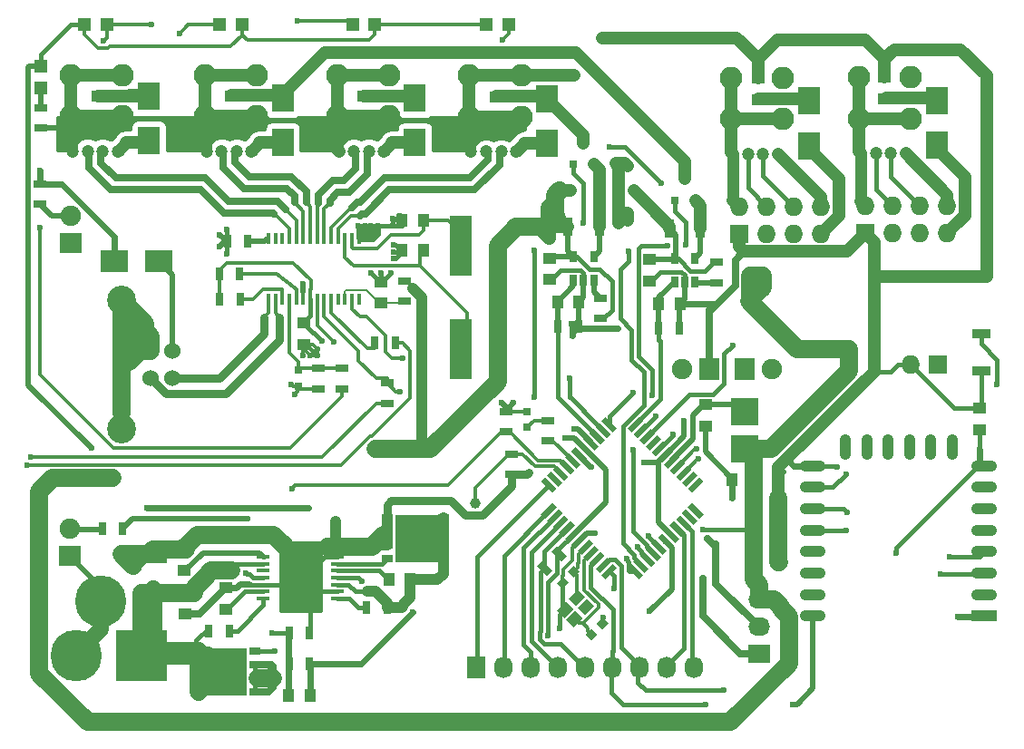
<source format=gtl>
G04 #@! TF.FileFunction,Copper,L1,Top,Signal*
%FSLAX46Y46*%
G04 Gerber Fmt 4.6, Leading zero omitted, Abs format (unit mm)*
G04 Created by KiCad (PCBNEW 4.0.5) date 02/02/17 00:28:59*
%MOMM*%
%LPD*%
G01*
G04 APERTURE LIST*
%ADD10C,0.100000*%
%ADD11R,1.000000X0.675000*%
%ADD12R,4.295000X4.510000*%
%ADD13O,2.100000X2.100000*%
%ADD14C,1.200000*%
%ADD15R,0.900000X1.700000*%
%ADD16R,1.700000X0.900000*%
%ADD17O,1.100000X2.400000*%
%ADD18R,2.400000X1.100000*%
%ADD19O,2.400000X1.100000*%
%ADD20R,1.250000X1.000000*%
%ADD21R,2.029460X2.651760*%
%ADD22R,1.000000X1.250000*%
%ADD23R,0.650000X1.060000*%
%ADD24R,1.300000X0.700000*%
%ADD25R,0.700000X1.300000*%
%ADD26R,0.400000X1.100000*%
%ADD27R,2.100580X5.600700*%
%ADD28R,1.200000X0.400000*%
%ADD29C,1.524000*%
%ADD30C,2.700020*%
%ADD31R,1.198880X1.198880*%
%ADD32R,1.900000X2.000000*%
%ADD33C,1.900000*%
%ADD34R,2.000000X1.900000*%
%ADD35C,4.800600*%
%ADD36R,4.800600X4.800600*%
%ADD37R,2.651760X2.029460*%
%ADD38R,2.500000X2.500000*%
%ADD39R,0.750000X0.800000*%
%ADD40R,0.800100X0.800100*%
%ADD41R,0.797560X0.797560*%
%ADD42R,1.727200X1.727200*%
%ADD43O,1.727200X1.727200*%
%ADD44R,1.727200X2.032000*%
%ADD45O,1.727200X2.032000*%
%ADD46R,2.032000X1.727200*%
%ADD47O,2.032000X1.727200*%
%ADD48R,2.500000X0.900000*%
%ADD49C,1.000000*%
%ADD50C,0.600000*%
%ADD51C,1.200000*%
%ADD52C,1.000000*%
%ADD53C,0.350000*%
%ADD54C,0.750000*%
%ADD55C,1.700000*%
%ADD56C,0.450000*%
%ADD57C,0.500000*%
%ADD58C,0.600000*%
%ADD59C,0.700000*%
%ADD60C,1.500000*%
%ADD61C,0.200000*%
%ADD62C,1.100000*%
%ADD63C,0.800000*%
%ADD64C,0.400000*%
%ADD65C,0.250000*%
%ADD66C,0.254000*%
G04 APERTURE END LIST*
D10*
D11*
X117450000Y-112060000D03*
X117450000Y-110790000D03*
X117450000Y-109520000D03*
X117450000Y-108250000D03*
X112200000Y-108250000D03*
X112200000Y-109520000D03*
X112200000Y-110790000D03*
X112200000Y-112060000D03*
D12*
X114552500Y-110155000D03*
D13*
X100280000Y-58290000D03*
X100280000Y-54450000D03*
X105120000Y-54450000D03*
D14*
X104650000Y-61560000D03*
X103250000Y-61560000D03*
X101850000Y-61560000D03*
D13*
X105120000Y-58290000D03*
D14*
X100450000Y-61560000D03*
D13*
X112780000Y-58290000D03*
X112780000Y-54450000D03*
X117620000Y-54450000D03*
D14*
X117150000Y-61560000D03*
X115750000Y-61560000D03*
X114350000Y-61560000D03*
D13*
X117620000Y-58290000D03*
D14*
X112950000Y-61560000D03*
D15*
X146700000Y-68650000D03*
X149600000Y-68650000D03*
D16*
X185240000Y-82050000D03*
X185240000Y-78650000D03*
D17*
X182580000Y-89210000D03*
X180580000Y-89210000D03*
X178580000Y-89210000D03*
X176580000Y-89210000D03*
X174580000Y-89210000D03*
X172580000Y-89210000D03*
D18*
X185570000Y-104960000D03*
D19*
X185570000Y-102960000D03*
X185570000Y-100960000D03*
X185570000Y-98960000D03*
X185570000Y-96960000D03*
X185570000Y-94960000D03*
X185570000Y-92960000D03*
X185570000Y-90960000D03*
X169570000Y-90960000D03*
X169570000Y-92960000D03*
X169570000Y-94960000D03*
X169570000Y-96960000D03*
X169570000Y-98960000D03*
X169570000Y-100960000D03*
X169570000Y-102960000D03*
X169570000Y-104960000D03*
D10*
G36*
X145637868Y-98442893D02*
X146557107Y-99362132D01*
X146062132Y-99857107D01*
X145142893Y-98937868D01*
X145637868Y-98442893D01*
X145637868Y-98442893D01*
G37*
G36*
X144294366Y-99786395D02*
X145213605Y-100705634D01*
X144718630Y-101200609D01*
X143799391Y-100281370D01*
X144294366Y-99786395D01*
X144294366Y-99786395D01*
G37*
D20*
X164440000Y-54730000D03*
X164440000Y-56730000D03*
D21*
X169190000Y-61065340D03*
X169190000Y-56894660D03*
D10*
G36*
X144555188Y-95876866D02*
X144166280Y-95487958D01*
X145226940Y-94427298D01*
X145615848Y-94816206D01*
X144555188Y-95876866D01*
X144555188Y-95876866D01*
G37*
G36*
X145120874Y-96442551D02*
X144731966Y-96053643D01*
X145792626Y-94992983D01*
X146181534Y-95381891D01*
X145120874Y-96442551D01*
X145120874Y-96442551D01*
G37*
G36*
X145686559Y-97008236D02*
X145297651Y-96619328D01*
X146358311Y-95558668D01*
X146747219Y-95947576D01*
X145686559Y-97008236D01*
X145686559Y-97008236D01*
G37*
G36*
X146252244Y-97573922D02*
X145863336Y-97185014D01*
X146923996Y-96124354D01*
X147312904Y-96513262D01*
X146252244Y-97573922D01*
X146252244Y-97573922D01*
G37*
G36*
X146817930Y-98139607D02*
X146429022Y-97750699D01*
X147489682Y-96690039D01*
X147878590Y-97078947D01*
X146817930Y-98139607D01*
X146817930Y-98139607D01*
G37*
G36*
X147383615Y-98705293D02*
X146994707Y-98316385D01*
X148055367Y-97255725D01*
X148444275Y-97644633D01*
X147383615Y-98705293D01*
X147383615Y-98705293D01*
G37*
G36*
X147949301Y-99270978D02*
X147560393Y-98882070D01*
X148621053Y-97821410D01*
X149009961Y-98210318D01*
X147949301Y-99270978D01*
X147949301Y-99270978D01*
G37*
G36*
X148514986Y-99836664D02*
X148126078Y-99447756D01*
X149186738Y-98387096D01*
X149575646Y-98776004D01*
X148514986Y-99836664D01*
X148514986Y-99836664D01*
G37*
G36*
X149080672Y-100402349D02*
X148691764Y-100013441D01*
X149752424Y-98952781D01*
X150141332Y-99341689D01*
X149080672Y-100402349D01*
X149080672Y-100402349D01*
G37*
G36*
X149646357Y-100968034D02*
X149257449Y-100579126D01*
X150318109Y-99518466D01*
X150707017Y-99907374D01*
X149646357Y-100968034D01*
X149646357Y-100968034D01*
G37*
G36*
X150212042Y-101533720D02*
X149823134Y-101144812D01*
X150883794Y-100084152D01*
X151272702Y-100473060D01*
X150212042Y-101533720D01*
X150212042Y-101533720D01*
G37*
G36*
X153676866Y-101144812D02*
X153287958Y-101533720D01*
X152227298Y-100473060D01*
X152616206Y-100084152D01*
X153676866Y-101144812D01*
X153676866Y-101144812D01*
G37*
G36*
X154242551Y-100579126D02*
X153853643Y-100968034D01*
X152792983Y-99907374D01*
X153181891Y-99518466D01*
X154242551Y-100579126D01*
X154242551Y-100579126D01*
G37*
G36*
X154808236Y-100013441D02*
X154419328Y-100402349D01*
X153358668Y-99341689D01*
X153747576Y-98952781D01*
X154808236Y-100013441D01*
X154808236Y-100013441D01*
G37*
G36*
X155373922Y-99447756D02*
X154985014Y-99836664D01*
X153924354Y-98776004D01*
X154313262Y-98387096D01*
X155373922Y-99447756D01*
X155373922Y-99447756D01*
G37*
G36*
X155939607Y-98882070D02*
X155550699Y-99270978D01*
X154490039Y-98210318D01*
X154878947Y-97821410D01*
X155939607Y-98882070D01*
X155939607Y-98882070D01*
G37*
G36*
X156505293Y-98316385D02*
X156116385Y-98705293D01*
X155055725Y-97644633D01*
X155444633Y-97255725D01*
X156505293Y-98316385D01*
X156505293Y-98316385D01*
G37*
G36*
X157070978Y-97750699D02*
X156682070Y-98139607D01*
X155621410Y-97078947D01*
X156010318Y-96690039D01*
X157070978Y-97750699D01*
X157070978Y-97750699D01*
G37*
G36*
X157636664Y-97185014D02*
X157247756Y-97573922D01*
X156187096Y-96513262D01*
X156576004Y-96124354D01*
X157636664Y-97185014D01*
X157636664Y-97185014D01*
G37*
G36*
X158202349Y-96619328D02*
X157813441Y-97008236D01*
X156752781Y-95947576D01*
X157141689Y-95558668D01*
X158202349Y-96619328D01*
X158202349Y-96619328D01*
G37*
G36*
X158768034Y-96053643D02*
X158379126Y-96442551D01*
X157318466Y-95381891D01*
X157707374Y-94992983D01*
X158768034Y-96053643D01*
X158768034Y-96053643D01*
G37*
G36*
X159333720Y-95487958D02*
X158944812Y-95876866D01*
X157884152Y-94816206D01*
X158273060Y-94427298D01*
X159333720Y-95487958D01*
X159333720Y-95487958D01*
G37*
G36*
X158273060Y-93472702D02*
X157884152Y-93083794D01*
X158944812Y-92023134D01*
X159333720Y-92412042D01*
X158273060Y-93472702D01*
X158273060Y-93472702D01*
G37*
G36*
X157707374Y-92907017D02*
X157318466Y-92518109D01*
X158379126Y-91457449D01*
X158768034Y-91846357D01*
X157707374Y-92907017D01*
X157707374Y-92907017D01*
G37*
G36*
X157141689Y-92341332D02*
X156752781Y-91952424D01*
X157813441Y-90891764D01*
X158202349Y-91280672D01*
X157141689Y-92341332D01*
X157141689Y-92341332D01*
G37*
G36*
X156576004Y-91775646D02*
X156187096Y-91386738D01*
X157247756Y-90326078D01*
X157636664Y-90714986D01*
X156576004Y-91775646D01*
X156576004Y-91775646D01*
G37*
G36*
X156010318Y-91209961D02*
X155621410Y-90821053D01*
X156682070Y-89760393D01*
X157070978Y-90149301D01*
X156010318Y-91209961D01*
X156010318Y-91209961D01*
G37*
G36*
X155444633Y-90644275D02*
X155055725Y-90255367D01*
X156116385Y-89194707D01*
X156505293Y-89583615D01*
X155444633Y-90644275D01*
X155444633Y-90644275D01*
G37*
G36*
X154878947Y-90078590D02*
X154490039Y-89689682D01*
X155550699Y-88629022D01*
X155939607Y-89017930D01*
X154878947Y-90078590D01*
X154878947Y-90078590D01*
G37*
G36*
X154313262Y-89512904D02*
X153924354Y-89123996D01*
X154985014Y-88063336D01*
X155373922Y-88452244D01*
X154313262Y-89512904D01*
X154313262Y-89512904D01*
G37*
G36*
X153747576Y-88947219D02*
X153358668Y-88558311D01*
X154419328Y-87497651D01*
X154808236Y-87886559D01*
X153747576Y-88947219D01*
X153747576Y-88947219D01*
G37*
G36*
X153181891Y-88381534D02*
X152792983Y-87992626D01*
X153853643Y-86931966D01*
X154242551Y-87320874D01*
X153181891Y-88381534D01*
X153181891Y-88381534D01*
G37*
G36*
X152616206Y-87815848D02*
X152227298Y-87426940D01*
X153287958Y-86366280D01*
X153676866Y-86755188D01*
X152616206Y-87815848D01*
X152616206Y-87815848D01*
G37*
G36*
X151272702Y-87426940D02*
X150883794Y-87815848D01*
X149823134Y-86755188D01*
X150212042Y-86366280D01*
X151272702Y-87426940D01*
X151272702Y-87426940D01*
G37*
G36*
X150707017Y-87992626D02*
X150318109Y-88381534D01*
X149257449Y-87320874D01*
X149646357Y-86931966D01*
X150707017Y-87992626D01*
X150707017Y-87992626D01*
G37*
G36*
X150141332Y-88558311D02*
X149752424Y-88947219D01*
X148691764Y-87886559D01*
X149080672Y-87497651D01*
X150141332Y-88558311D01*
X150141332Y-88558311D01*
G37*
G36*
X149575646Y-89123996D02*
X149186738Y-89512904D01*
X148126078Y-88452244D01*
X148514986Y-88063336D01*
X149575646Y-89123996D01*
X149575646Y-89123996D01*
G37*
G36*
X149009961Y-89689682D02*
X148621053Y-90078590D01*
X147560393Y-89017930D01*
X147949301Y-88629022D01*
X149009961Y-89689682D01*
X149009961Y-89689682D01*
G37*
G36*
X148444275Y-90255367D02*
X148055367Y-90644275D01*
X146994707Y-89583615D01*
X147383615Y-89194707D01*
X148444275Y-90255367D01*
X148444275Y-90255367D01*
G37*
G36*
X147878590Y-90821053D02*
X147489682Y-91209961D01*
X146429022Y-90149301D01*
X146817930Y-89760393D01*
X147878590Y-90821053D01*
X147878590Y-90821053D01*
G37*
G36*
X147312904Y-91386738D02*
X146923996Y-91775646D01*
X145863336Y-90714986D01*
X146252244Y-90326078D01*
X147312904Y-91386738D01*
X147312904Y-91386738D01*
G37*
G36*
X146747219Y-91952424D02*
X146358311Y-92341332D01*
X145297651Y-91280672D01*
X145686559Y-90891764D01*
X146747219Y-91952424D01*
X146747219Y-91952424D01*
G37*
G36*
X146181534Y-92518109D02*
X145792626Y-92907017D01*
X144731966Y-91846357D01*
X145120874Y-91457449D01*
X146181534Y-92518109D01*
X146181534Y-92518109D01*
G37*
G36*
X145615848Y-93083794D02*
X145226940Y-93472702D01*
X144166280Y-92412042D01*
X144555188Y-92023134D01*
X145615848Y-93083794D01*
X145615848Y-93083794D01*
G37*
D22*
X147700000Y-75650000D03*
X145700000Y-75650000D03*
D23*
X147200000Y-73650000D03*
X148150000Y-73650000D03*
X149100000Y-73650000D03*
X149100000Y-71450000D03*
X147200000Y-71450000D03*
X156620000Y-73790000D03*
X157570000Y-73790000D03*
X158520000Y-73790000D03*
X158520000Y-71590000D03*
X156620000Y-71590000D03*
D24*
X160570000Y-71940000D03*
X160570000Y-73840000D03*
D20*
X154320000Y-73690000D03*
X154320000Y-71690000D03*
D15*
X156170000Y-68790000D03*
X159070000Y-68790000D03*
D25*
X147650000Y-77950000D03*
X145750000Y-77950000D03*
D26*
X127175000Y-69700000D03*
X126525000Y-69700000D03*
X125875000Y-69700000D03*
X125225000Y-69700000D03*
X124575000Y-69700000D03*
X123925000Y-69700000D03*
X123275000Y-69700000D03*
X122625000Y-69700000D03*
X121975000Y-69700000D03*
X121325000Y-69700000D03*
X120675000Y-69700000D03*
X120025000Y-69700000D03*
X119375000Y-69700000D03*
X118725000Y-69700000D03*
X118725000Y-75400000D03*
X119375000Y-75400000D03*
X120025000Y-75400000D03*
X120675000Y-75400000D03*
X121325000Y-75400000D03*
X121975000Y-75400000D03*
X122625000Y-75400000D03*
X123275000Y-75400000D03*
X123925000Y-75400000D03*
X124575000Y-75400000D03*
X125225000Y-75400000D03*
X125875000Y-75400000D03*
X126525000Y-75400000D03*
X127175000Y-75400000D03*
D27*
X136680000Y-70391140D03*
X136680000Y-80088860D03*
D28*
X118250000Y-99450000D03*
X118250000Y-100100000D03*
X118250000Y-100750000D03*
X118250000Y-101400000D03*
X118250000Y-102050000D03*
X118250000Y-102700000D03*
X118250000Y-103350000D03*
X125150000Y-103350000D03*
X125150000Y-102700000D03*
X125150000Y-102050000D03*
X125150000Y-101400000D03*
X125150000Y-100750000D03*
X125150000Y-100100000D03*
X125150000Y-99450000D03*
D29*
X109748980Y-82790000D03*
X109748980Y-80250000D03*
X107750000Y-80250000D03*
X107750000Y-82790000D03*
D30*
X105049980Y-87519480D03*
X105049980Y-75520520D03*
D31*
X97500000Y-53600000D03*
X97500000Y-55698040D03*
D32*
X159900000Y-81950000D03*
D33*
X157360000Y-81950000D03*
D11*
X129800000Y-95820000D03*
X129800000Y-97090000D03*
X129800000Y-98360000D03*
X129800000Y-99630000D03*
X135050000Y-99630000D03*
X135050000Y-98360000D03*
X135050000Y-97090000D03*
X135050000Y-95820000D03*
D12*
X132697500Y-97725000D03*
D25*
X129800000Y-104150000D03*
X127900000Y-104150000D03*
X115050000Y-106350000D03*
X113150000Y-106350000D03*
D32*
X163150000Y-81950000D03*
D33*
X165690000Y-81950000D03*
D34*
X100200000Y-99390000D03*
D33*
X100200000Y-96850000D03*
D35*
X100764000Y-108680000D03*
D36*
X106860000Y-108680000D03*
D35*
X103050000Y-103600000D03*
D22*
X122600000Y-112400000D03*
X120600000Y-112400000D03*
D20*
X110850000Y-98750000D03*
X110850000Y-100750000D03*
D22*
X131950000Y-101600000D03*
X129950000Y-101600000D03*
D20*
X114750000Y-104350000D03*
X114750000Y-102350000D03*
X110900000Y-102800000D03*
X110900000Y-104800000D03*
D22*
X162000000Y-92250000D03*
X164000000Y-92250000D03*
D21*
X107550000Y-60610680D03*
X107550000Y-56440000D03*
X120050000Y-60785340D03*
X120050000Y-56614660D03*
X144750000Y-60835340D03*
X144750000Y-56664660D03*
X132400000Y-60785340D03*
X132400000Y-56614660D03*
D37*
X104329320Y-71850000D03*
X108500000Y-71850000D03*
D34*
X100250000Y-70150000D03*
D33*
X100250000Y-67610000D03*
D21*
X181120000Y-61025340D03*
X181120000Y-56854660D03*
D20*
X159500000Y-87250000D03*
X159500000Y-85250000D03*
D22*
X157170000Y-75790000D03*
X155170000Y-75790000D03*
D20*
X145000000Y-73550000D03*
X145000000Y-71550000D03*
D24*
X149710000Y-77190000D03*
X149710000Y-75290000D03*
D38*
X163200000Y-89400000D03*
X163200000Y-85900000D03*
D25*
X157070000Y-78090000D03*
X155170000Y-78090000D03*
D24*
X141450000Y-91750000D03*
X141450000Y-89850000D03*
X140920000Y-85870000D03*
X140920000Y-87770000D03*
D39*
X121500000Y-83500000D03*
X121500000Y-82000000D03*
D31*
X103668040Y-49740000D03*
X101570000Y-49740000D03*
X116258040Y-49770000D03*
X114160000Y-49770000D03*
X128670000Y-49750000D03*
X126571960Y-49750000D03*
X141148040Y-49750000D03*
X139050000Y-49750000D03*
D20*
X122070000Y-79610000D03*
X122070000Y-77610000D03*
X102800000Y-54450000D03*
X102800000Y-56450000D03*
X115300000Y-54450000D03*
X115300000Y-56450000D03*
X140000000Y-54500000D03*
X140000000Y-56500000D03*
X127650000Y-54450000D03*
X127650000Y-56450000D03*
X176260000Y-54690000D03*
X176260000Y-56690000D03*
D22*
X131190000Y-67990000D03*
X133190000Y-67990000D03*
X131180000Y-70830000D03*
X133180000Y-70830000D03*
D20*
X129200000Y-75750000D03*
X129200000Y-73750000D03*
D24*
X97400000Y-64604000D03*
X97400000Y-66504000D03*
D25*
X130550000Y-79500000D03*
X128650000Y-79500000D03*
D24*
X129800000Y-85100000D03*
X129800000Y-83200000D03*
X97500000Y-57500000D03*
X97500000Y-59400000D03*
X131400000Y-73700000D03*
X131400000Y-75600000D03*
X125550000Y-83750000D03*
X125550000Y-81850000D03*
D25*
X114200000Y-75400000D03*
X116100000Y-75400000D03*
X116800000Y-70010000D03*
X114900000Y-70010000D03*
X120650000Y-109400000D03*
X122550000Y-109400000D03*
X122550000Y-106550000D03*
X120650000Y-106550000D03*
X105100000Y-96850000D03*
X103200000Y-96850000D03*
D24*
X123400000Y-81850000D03*
X123400000Y-83750000D03*
D25*
X114150000Y-73000000D03*
X116050000Y-73000000D03*
D40*
X156670000Y-66140760D03*
X158570000Y-66140760D03*
X157620000Y-64141780D03*
X147190000Y-62808980D03*
X149090000Y-62808980D03*
X148140000Y-60810000D03*
D24*
X144840000Y-88600000D03*
X144840000Y-86700000D03*
D41*
X142880000Y-87370000D03*
X142880000Y-85871400D03*
D42*
X174430000Y-69230000D03*
D43*
X174430000Y-66690000D03*
X176970000Y-69230000D03*
X176970000Y-66690000D03*
X179510000Y-69230000D03*
X179510000Y-66690000D03*
X182050000Y-69230000D03*
X182050000Y-66690000D03*
D42*
X162640000Y-69270000D03*
D43*
X162640000Y-66730000D03*
X165180000Y-69270000D03*
X165180000Y-66730000D03*
X167720000Y-69270000D03*
X167720000Y-66730000D03*
X170260000Y-69270000D03*
X170260000Y-66730000D03*
D42*
X181230000Y-81480000D03*
D43*
X178690000Y-81480000D03*
D44*
X138136000Y-109740000D03*
D45*
X140676000Y-109740000D03*
X143216000Y-109740000D03*
X145756000Y-109740000D03*
X148296000Y-109740000D03*
X150836000Y-109740000D03*
X153376000Y-109740000D03*
X155916000Y-109740000D03*
X158456000Y-109740000D03*
D46*
X164500000Y-108500000D03*
D47*
X164500000Y-105960000D03*
X164500000Y-103420000D03*
D20*
X185140000Y-87570000D03*
X185140000Y-85570000D03*
D13*
X173850000Y-58530000D03*
X173850000Y-54690000D03*
X178690000Y-54690000D03*
D14*
X178220000Y-61800000D03*
X176820000Y-61800000D03*
X175420000Y-61800000D03*
D13*
X178690000Y-58530000D03*
D14*
X174020000Y-61800000D03*
D13*
X161920000Y-58570000D03*
X161920000Y-54730000D03*
X166760000Y-54730000D03*
D14*
X166290000Y-61840000D03*
X164890000Y-61840000D03*
X163490000Y-61840000D03*
D13*
X166760000Y-58570000D03*
D14*
X162090000Y-61840000D03*
D13*
X137480000Y-58340000D03*
X137480000Y-54500000D03*
X142320000Y-54500000D03*
D14*
X141850000Y-61610000D03*
X140450000Y-61610000D03*
X139050000Y-61610000D03*
D13*
X142320000Y-58340000D03*
D14*
X137650000Y-61610000D03*
D13*
X125130000Y-58290000D03*
X125130000Y-54450000D03*
X129970000Y-54450000D03*
D14*
X129500000Y-61560000D03*
X128100000Y-61560000D03*
X126700000Y-61560000D03*
D13*
X129970000Y-58290000D03*
D14*
X125300000Y-61560000D03*
D48*
X107990000Y-102480000D03*
X107990000Y-99580000D03*
D10*
G36*
X147268338Y-100261332D02*
X147798668Y-100791662D01*
X147232982Y-101357348D01*
X146702652Y-100827018D01*
X147268338Y-100261332D01*
X147268338Y-100261332D01*
G37*
G36*
X146207678Y-101321992D02*
X146738008Y-101852322D01*
X146172322Y-102418008D01*
X145641992Y-101887678D01*
X146207678Y-101321992D01*
X146207678Y-101321992D01*
G37*
G36*
X148831662Y-107258668D02*
X148301332Y-106728338D01*
X148867018Y-106162652D01*
X149397348Y-106692982D01*
X148831662Y-107258668D01*
X148831662Y-107258668D01*
G37*
G36*
X149892322Y-106198008D02*
X149361992Y-105667678D01*
X149927678Y-105101992D01*
X150458008Y-105632322D01*
X149892322Y-106198008D01*
X149892322Y-106198008D01*
G37*
G36*
X147612183Y-102473655D02*
X148319289Y-103180761D01*
X147470761Y-104029289D01*
X146763655Y-103322183D01*
X147612183Y-102473655D01*
X147612183Y-102473655D01*
G37*
G36*
X146480813Y-103605025D02*
X147187919Y-104312131D01*
X146339391Y-105160659D01*
X145632285Y-104453553D01*
X146480813Y-103605025D01*
X146480813Y-103605025D01*
G37*
G36*
X147329341Y-104453553D02*
X148036447Y-105160659D01*
X147187919Y-106009187D01*
X146480813Y-105302081D01*
X147329341Y-104453553D01*
X147329341Y-104453553D01*
G37*
G36*
X148460711Y-103322183D02*
X149167817Y-104029289D01*
X148319289Y-104877817D01*
X147612183Y-104170711D01*
X148460711Y-103322183D01*
X148460711Y-103322183D01*
G37*
D49*
X99580000Y-59830000D03*
X110640000Y-60830000D03*
X110640000Y-59230000D03*
X112950000Y-59650000D03*
X135320000Y-60990000D03*
X135320000Y-59520000D03*
X123030000Y-61070000D03*
X123030000Y-59710000D03*
X149920000Y-50990000D03*
X100450000Y-60620000D03*
D50*
X127770000Y-68570000D03*
X148250000Y-104380000D03*
X150010000Y-105080000D03*
X145915128Y-106144872D03*
X171830000Y-91050000D03*
D49*
X147280000Y-54444000D03*
X106120000Y-77580000D03*
X104970000Y-85410000D03*
X106120000Y-78690000D03*
X106140000Y-79860000D03*
X107260000Y-78710000D03*
X104980000Y-77600000D03*
X104990000Y-78730000D03*
X105000000Y-79880000D03*
X104970000Y-84310000D03*
X104960000Y-83240000D03*
X104980000Y-82120000D03*
X104990000Y-81030000D03*
X106110000Y-81020000D03*
X107260000Y-77580000D03*
X105030000Y-99230000D03*
X106100000Y-100300000D03*
D50*
X130990000Y-67590000D03*
X130400000Y-70320000D03*
X129200000Y-72975010D03*
X123290000Y-80660000D03*
X122640000Y-80660000D03*
D49*
X137630000Y-60730000D03*
X137640000Y-59750000D03*
X139920000Y-58930000D03*
X125220000Y-60690000D03*
X125230000Y-59710000D03*
X127510000Y-58890000D03*
X115220000Y-58820000D03*
D50*
X128510000Y-69790000D03*
X128510000Y-69160000D03*
X127110000Y-68550000D03*
X128340000Y-68560000D03*
X148898643Y-91027959D03*
D49*
X102740000Y-58820000D03*
D50*
X157110000Y-77820000D03*
X151350000Y-78070000D03*
X147050000Y-77680000D03*
X147080000Y-78800000D03*
X143050000Y-91600000D03*
X140520000Y-85070000D03*
X141620000Y-85070000D03*
X130300000Y-67900000D03*
X130400000Y-71600000D03*
X128950000Y-68550000D03*
X130300000Y-68550000D03*
X114200000Y-70510000D03*
X114200000Y-69360000D03*
X114800000Y-71160000D03*
X114800000Y-68860000D03*
X128300000Y-72975010D03*
X130150000Y-72975010D03*
X130400000Y-70960000D03*
X121980000Y-80660000D03*
X123290000Y-80050000D03*
X121150000Y-84250000D03*
X120850000Y-83350000D03*
X162000000Y-93950000D03*
X153750000Y-90644876D03*
X155171400Y-95050000D03*
X125000000Y-96100000D03*
X159250000Y-101500000D03*
X149250000Y-97279992D03*
X159500000Y-88500000D03*
X157500000Y-86750000D03*
D49*
X166350000Y-93920000D03*
X166400000Y-99980000D03*
X166370000Y-98770000D03*
X166360000Y-97550000D03*
X166380000Y-96290000D03*
X166350000Y-95130000D03*
D50*
X146870000Y-82800000D03*
X154880000Y-86320000D03*
X155420000Y-64550000D03*
X150590000Y-61170000D03*
X152750000Y-84140000D03*
X147250000Y-87500000D03*
X162080000Y-79700000D03*
X144800000Y-106810000D03*
X164000000Y-94130000D03*
X155820000Y-98000000D03*
D49*
X163700000Y-73160000D03*
X163680000Y-74440000D03*
X163680000Y-74440000D03*
X164840000Y-74290000D03*
X164840000Y-73160000D03*
X145620000Y-67790000D03*
X144680000Y-67270000D03*
D50*
X159280000Y-96880000D03*
D49*
X172940000Y-82110000D03*
X172940000Y-80040000D03*
X172940000Y-81070000D03*
X98600000Y-92100000D03*
X104150000Y-92100000D03*
D50*
X104150000Y-92100000D03*
X154290000Y-104530000D03*
D49*
X145449999Y-66380000D03*
X145650000Y-65400000D03*
X145650000Y-65400000D03*
X152850000Y-65270000D03*
X154630000Y-67050000D03*
X153740000Y-66160000D03*
X146890000Y-65210000D03*
D50*
X132190000Y-74400000D03*
D49*
X144250000Y-68650000D03*
X144950000Y-69760000D03*
X144950000Y-68650000D03*
X144950000Y-69760000D03*
X144250000Y-68650000D03*
X144950000Y-68650000D03*
X128700000Y-89400000D03*
D50*
X104150000Y-92100000D03*
X98600000Y-92100000D03*
X121975000Y-73925000D03*
X146450000Y-88350000D03*
X128700000Y-89400000D03*
X159550000Y-113270000D03*
X167630000Y-113270000D03*
X169570000Y-102960000D03*
X161250000Y-111930000D03*
D49*
X152230000Y-62950000D03*
X152370000Y-67340000D03*
X151410000Y-68260000D03*
X151140000Y-62730000D03*
X151410000Y-63710000D03*
X151410000Y-67320970D03*
X103620000Y-56380000D03*
X104650000Y-56360000D03*
X105770000Y-56370000D03*
X131720000Y-56370000D03*
X129300000Y-56330000D03*
X130490000Y-56360000D03*
X168240000Y-56710000D03*
X167170000Y-56690000D03*
X165990000Y-56650000D03*
X177380000Y-56600000D03*
X178430000Y-56600000D03*
X179560000Y-56600000D03*
D50*
X123700000Y-79300000D03*
X107350000Y-94900000D03*
X122450000Y-94900000D03*
X119020000Y-109520000D03*
X119150000Y-111670000D03*
X128000000Y-102675000D03*
X119150000Y-110800000D03*
X116760000Y-95910000D03*
X132200000Y-104600000D03*
X119100000Y-106550000D03*
X116600000Y-101000000D03*
X97400000Y-63334000D03*
X119300000Y-108250000D03*
X127450000Y-101750000D03*
X120900000Y-93050000D03*
D49*
X137997370Y-94484978D03*
D50*
X137997370Y-94484978D03*
X102219491Y-89319491D03*
X124800000Y-79350000D03*
X97400000Y-68668000D03*
X121429999Y-49400001D03*
X103360000Y-51280000D03*
X107800000Y-49740000D03*
X96550000Y-90150000D03*
X110440000Y-50570000D03*
X140560000Y-51170000D03*
X96247464Y-90890601D03*
X131050000Y-84000000D03*
X131300000Y-80900000D03*
X159750000Y-97750000D03*
X156500000Y-88000000D03*
X158700000Y-89400000D03*
X158900000Y-90300000D03*
X154244844Y-97485156D03*
X152780000Y-89490000D03*
X152148126Y-99585081D03*
X148130000Y-68310000D03*
X150972702Y-102390693D03*
X143560000Y-84560000D03*
X143550000Y-70850760D03*
X153180683Y-98519317D03*
X157640000Y-70280000D03*
X155990000Y-70410000D03*
X154570000Y-84390000D03*
X152360000Y-70920000D03*
X172640000Y-97020000D03*
X182314980Y-99450000D03*
X181500000Y-101080000D03*
X172630000Y-91710000D03*
X172720000Y-95270000D03*
X186730000Y-83350000D03*
X183040000Y-105000000D03*
X177280000Y-99120000D03*
X185140000Y-89480000D03*
D49*
X113420000Y-100770000D03*
X112390000Y-101920000D03*
X107980000Y-105520000D03*
X107980000Y-104030000D03*
D51*
X100280000Y-58290000D02*
X100280000Y-59130000D01*
X100280000Y-59130000D02*
X99580000Y-59830000D01*
X112950000Y-59650000D02*
X111060000Y-59650000D01*
X111060000Y-59650000D02*
X110640000Y-59230000D01*
X112950000Y-60200000D02*
X112950000Y-59650000D01*
X112780000Y-58290000D02*
X112780000Y-59480000D01*
X112780000Y-59480000D02*
X112950000Y-59650000D01*
X135320000Y-59520000D02*
X135320000Y-60990000D01*
X123030000Y-59710000D02*
X123030000Y-61070000D01*
D52*
X125230000Y-59710000D02*
X123030000Y-59710000D01*
D51*
X147280000Y-54444000D02*
X142376000Y-54444000D01*
X142376000Y-54444000D02*
X142320000Y-54500000D01*
X164440000Y-53000000D02*
X162430000Y-50990000D01*
X162430000Y-50990000D02*
X149920000Y-50990000D01*
X166230000Y-51210000D02*
X164440000Y-53000000D01*
X164440000Y-53000000D02*
X164440000Y-54730000D01*
X174480000Y-51210000D02*
X166230000Y-51210000D01*
X176260000Y-52990000D02*
X174480000Y-51210000D01*
X175313599Y-70103599D02*
X175313599Y-73320000D01*
X175313599Y-73320000D02*
X175313599Y-82136401D01*
X185780000Y-73320000D02*
X175313599Y-73320000D01*
X185780000Y-54510000D02*
X185780000Y-73320000D01*
X183360000Y-52090000D02*
X185780000Y-54510000D01*
X177160000Y-52090000D02*
X183360000Y-52090000D01*
X176260000Y-54690000D02*
X176260000Y-52990000D01*
X176260000Y-52990000D02*
X177160000Y-52090000D01*
D53*
X123290000Y-80050000D02*
X123250000Y-80050000D01*
X123250000Y-80050000D02*
X122640000Y-80660000D01*
X122070000Y-79610000D02*
X122850000Y-79610000D01*
X122850000Y-79610000D02*
X123290000Y-80050000D01*
X122070000Y-79610000D02*
X122240000Y-79610000D01*
X122240000Y-79610000D02*
X123290000Y-80660000D01*
X122070000Y-79610000D02*
X122070000Y-80090000D01*
X122070000Y-80090000D02*
X122640000Y-80660000D01*
X121980000Y-80660000D02*
X121980000Y-79700000D01*
X121980000Y-79700000D02*
X122070000Y-79610000D01*
X123290000Y-80660000D02*
X122640000Y-80660000D01*
X123290000Y-80050000D02*
X123290000Y-80660000D01*
D54*
X141450000Y-91750000D02*
X141450000Y-92850000D01*
X141450000Y-92850000D02*
X138740021Y-95559979D01*
X138740021Y-95559979D02*
X137079979Y-95559979D01*
X137079979Y-95559979D02*
X135740000Y-94220000D01*
X135740000Y-94220000D02*
X130180000Y-94220000D01*
X130180000Y-94220000D02*
X129800000Y-94600000D01*
X129800000Y-94600000D02*
X129800000Y-95820000D01*
D55*
X112090000Y-97370000D02*
X119170020Y-97370000D01*
X119170020Y-97370000D02*
X119975010Y-98174990D01*
X110850000Y-98610000D02*
X112090000Y-97370000D01*
X110850000Y-98750000D02*
X110850000Y-98610000D01*
D56*
X128340000Y-68560000D02*
X127780000Y-68560000D01*
X127780000Y-68560000D02*
X127770000Y-68570000D01*
X127110000Y-68550000D02*
X127534264Y-68550000D01*
X127534264Y-68550000D02*
X127544264Y-68540000D01*
X149910000Y-105650000D02*
X149910000Y-105180000D01*
X149910000Y-105180000D02*
X150010000Y-105080000D01*
X146410102Y-104382842D02*
X145915128Y-104877816D01*
X145915128Y-104877816D02*
X145915128Y-106144872D01*
D53*
X146238626Y-101191044D02*
X146238626Y-100650958D01*
X146190000Y-101870000D02*
X146190000Y-101239670D01*
X146238626Y-100650958D02*
X147118451Y-99771133D01*
X146190000Y-101239670D02*
X146238626Y-101191044D01*
X147118451Y-99771133D02*
X147118451Y-98581549D01*
D56*
X146410102Y-104382842D02*
X146190000Y-104162740D01*
X146190000Y-104162740D02*
X146190000Y-101870000D01*
D53*
X147118451Y-98581549D02*
X147719491Y-97980509D01*
D57*
X147719491Y-97980509D02*
X148420008Y-97279992D01*
D56*
X185240000Y-82050000D02*
X185240000Y-85470000D01*
X185240000Y-85470000D02*
X185140000Y-85570000D01*
X185140000Y-85570000D02*
X182780000Y-85570000D01*
X182780000Y-85570000D02*
X178690000Y-81480000D01*
X178690000Y-81480000D02*
X177468686Y-81480000D01*
X177468686Y-81480000D02*
X176812285Y-82136401D01*
X176812285Y-82136401D02*
X175313599Y-82136401D01*
X185140000Y-85570000D02*
X184065000Y-85570000D01*
X169570000Y-90960000D02*
X171740000Y-90960000D01*
X171740000Y-90960000D02*
X171830000Y-91050000D01*
D58*
X175665087Y-82136401D02*
X175313599Y-82136401D01*
D51*
X175313599Y-82136401D02*
X167450000Y-90000000D01*
X167450000Y-90000000D02*
X166350000Y-91100000D01*
D58*
X167770000Y-90960000D02*
X167450000Y-90640000D01*
X169570000Y-90960000D02*
X167770000Y-90960000D01*
X167450000Y-90640000D02*
X167450000Y-90000000D01*
D56*
X129875736Y-68550000D02*
X130300000Y-68550000D01*
X128510000Y-69160000D02*
X129120000Y-68550000D01*
X129120000Y-68550000D02*
X129875736Y-68550000D01*
D59*
X160029998Y-76410002D02*
X162299990Y-74140010D01*
X162299990Y-74140010D02*
X162299990Y-71755898D01*
X162299990Y-71755898D02*
X163112287Y-70943601D01*
X159900000Y-76410002D02*
X160029998Y-76410002D01*
D55*
X106270000Y-79480000D02*
X106270000Y-78450000D01*
X106270000Y-78450000D02*
X106120000Y-78300000D01*
X104980000Y-80410000D02*
X105340000Y-80410000D01*
X105340000Y-80410000D02*
X106270000Y-79480000D01*
X107750000Y-80250000D02*
X106672370Y-80250000D01*
X106672370Y-80250000D02*
X105722370Y-81200000D01*
X107750000Y-78880000D02*
X107750000Y-80250000D01*
X107229460Y-77700000D02*
X107229460Y-78359460D01*
X107229460Y-78359460D02*
X107750000Y-78880000D01*
X105049980Y-75520520D02*
X107229460Y-77700000D01*
X104980000Y-77600000D02*
X104980000Y-75590500D01*
X104980000Y-78880000D02*
X104980000Y-77600000D01*
X104980000Y-80410000D02*
X104980000Y-78880000D01*
X104980000Y-82170000D02*
X104980000Y-80410000D01*
X104980000Y-75590500D02*
X105049980Y-75520520D01*
D59*
X105049980Y-86050000D02*
X105049980Y-87519480D01*
D55*
X105049980Y-84740000D02*
X105049980Y-86050000D01*
X105049980Y-83540000D02*
X105049980Y-84740000D01*
D59*
X105049980Y-81872390D02*
X105049980Y-83540000D01*
D55*
X104980000Y-82170000D02*
X104980000Y-83470020D01*
X104980000Y-83470020D02*
X105049980Y-83540000D01*
X124224990Y-98524990D02*
X128365010Y-98524990D01*
X128365010Y-98524990D02*
X129499999Y-97390001D01*
X110850000Y-98750000D02*
X111046864Y-98750000D01*
X119975010Y-98174990D02*
X120325010Y-98524990D01*
X107950000Y-98750000D02*
X110850000Y-98750000D01*
X105030000Y-99230000D02*
X107470000Y-99230000D01*
X107470000Y-99230000D02*
X107950000Y-98750000D01*
X106100000Y-100300000D02*
X105030000Y-99230000D01*
D53*
X142880000Y-85871400D02*
X140921400Y-85871400D01*
X140921400Y-85871400D02*
X140920000Y-85870000D01*
D59*
X159900000Y-81950000D02*
X159900000Y-76410002D01*
D58*
X157170000Y-75790000D02*
X160520002Y-75790000D01*
D56*
X128980000Y-68920000D02*
X128920001Y-68860001D01*
X128920001Y-68860001D02*
X128809999Y-68860001D01*
X128809999Y-68860001D02*
X128510000Y-69160000D01*
X128980000Y-69320000D02*
X128980000Y-68920000D01*
X128510000Y-69790000D02*
X128980000Y-69320000D01*
X128510000Y-69160000D02*
X128510000Y-68990000D01*
X128510000Y-68990000D02*
X128950000Y-68550000D01*
X130300000Y-67900000D02*
X130300000Y-68550000D01*
X130990000Y-67590000D02*
X130990000Y-68340000D01*
X130990000Y-68340000D02*
X131200000Y-68550000D01*
X130400000Y-71600000D02*
X130550000Y-71600000D01*
X130550000Y-71600000D02*
X131200000Y-70950000D01*
X130400000Y-70960000D02*
X131190000Y-70960000D01*
X131190000Y-70960000D02*
X131200000Y-70950000D01*
X130400000Y-70320000D02*
X130570000Y-70320000D01*
X130570000Y-70320000D02*
X131200000Y-70950000D01*
X129200000Y-73750000D02*
X129200000Y-72975010D01*
D57*
X127220000Y-69705000D02*
X127220000Y-68620000D01*
X127175000Y-68615000D02*
X127110000Y-68550000D01*
D56*
X128950000Y-68550000D02*
X128075000Y-68550000D01*
D60*
X100764000Y-108680000D02*
X100764000Y-108496000D01*
X100764000Y-108496000D02*
X103050000Y-106210000D01*
X103050000Y-106210000D02*
X103050000Y-103600000D01*
D57*
X147719491Y-89919491D02*
X148827959Y-91027959D01*
X148827959Y-91027959D02*
X148898643Y-91027959D01*
D56*
X157285001Y-72834999D02*
X157570000Y-73119998D01*
X157570000Y-73119998D02*
X157570000Y-73790000D01*
X154320000Y-73690000D02*
X154445000Y-73690000D01*
X154445000Y-73690000D02*
X155300001Y-72834999D01*
X155300001Y-72834999D02*
X157285001Y-72834999D01*
D57*
X157110000Y-77820000D02*
X157110000Y-78050000D01*
X157110000Y-78050000D02*
X157070000Y-78090000D01*
X147650000Y-77950000D02*
X147770000Y-78070000D01*
D58*
X147770000Y-78070000D02*
X151350000Y-78070000D01*
D51*
X127650000Y-58290000D02*
X125130000Y-58290000D01*
X129970000Y-58290000D02*
X127650000Y-58290000D01*
X127650000Y-58290000D02*
X127650000Y-58920000D01*
X139990000Y-58340000D02*
X137480000Y-58340000D01*
X142320000Y-58340000D02*
X139990000Y-58340000D01*
X139990000Y-58340000D02*
X139990000Y-58910000D01*
X139990000Y-58910000D02*
X139950000Y-58950000D01*
D58*
X147080000Y-78800000D02*
X147080000Y-77710000D01*
X147080000Y-77710000D02*
X147050000Y-77680000D01*
X147050000Y-77680000D02*
X147380000Y-77680000D01*
X147380000Y-77680000D02*
X147650000Y-77950000D01*
X147080000Y-78800000D02*
X147080000Y-78520000D01*
X147080000Y-78520000D02*
X147650000Y-77950000D01*
D56*
X145000000Y-73550000D02*
X145125000Y-73550000D01*
X145125000Y-73550000D02*
X145980001Y-72694999D01*
X145980001Y-72694999D02*
X147865001Y-72694999D01*
X147865001Y-72694999D02*
X148150000Y-72979998D01*
X148150000Y-72979998D02*
X148150000Y-73650000D01*
D57*
X147700000Y-75650000D02*
X148150000Y-75200000D01*
X148150000Y-75200000D02*
X148150000Y-73650000D01*
X147650000Y-77950000D02*
X147650000Y-75700000D01*
X147650000Y-75700000D02*
X147700000Y-75650000D01*
X157170000Y-75790000D02*
X157570000Y-75390000D01*
X157570000Y-75390000D02*
X157570000Y-73790000D01*
X157070000Y-78090000D02*
X157070000Y-75890000D01*
X157070000Y-75890000D02*
X157170000Y-75790000D01*
D51*
X100450000Y-60250000D02*
X100450000Y-58460000D01*
D52*
X100450000Y-61560000D02*
X100450000Y-60250000D01*
D51*
X100450000Y-58460000D02*
X100280000Y-58290000D01*
X137650000Y-60250000D02*
X137650000Y-58510000D01*
D52*
X137650000Y-61610000D02*
X137650000Y-60250000D01*
D51*
X125130000Y-60200000D02*
X125130000Y-61390000D01*
X125130000Y-58290000D02*
X125130000Y-60200000D01*
X137650000Y-58510000D02*
X137480000Y-58340000D01*
X125130000Y-61390000D02*
X125300000Y-61560000D01*
X127650000Y-54450000D02*
X125130000Y-54450000D01*
X129970000Y-54450000D02*
X127650000Y-54450000D01*
X140000000Y-54500000D02*
X142320000Y-54500000D01*
X137480000Y-54500000D02*
X140000000Y-54500000D01*
X137480000Y-58340000D02*
X137480000Y-54500000D01*
X125130000Y-54450000D02*
X125130000Y-58290000D01*
X115300000Y-54450000D02*
X117620000Y-54450000D01*
X112780000Y-54450000D02*
X115300000Y-54450000D01*
X112780000Y-58290000D02*
X112780000Y-54450000D01*
X115250000Y-58290000D02*
X117620000Y-58290000D01*
X112780000Y-58290000D02*
X115250000Y-58290000D01*
D52*
X112950000Y-61560000D02*
X112950000Y-60200000D01*
D51*
X102750000Y-58290000D02*
X105120000Y-58290000D01*
X100280000Y-58290000D02*
X102750000Y-58290000D01*
X100280000Y-54450000D02*
X100280000Y-58290000D01*
X102800000Y-54450000D02*
X105120000Y-54450000D01*
X100280000Y-54450000D02*
X102800000Y-54450000D01*
D54*
X141450000Y-91750000D02*
X142900000Y-91750000D01*
X142900000Y-91750000D02*
X143050000Y-91600000D01*
D57*
X140920000Y-85870000D02*
X140920000Y-85470000D01*
X140920000Y-85470000D02*
X140520000Y-85070000D01*
X140920000Y-85770000D02*
X141620000Y-85070000D01*
X140920000Y-85870000D02*
X140920000Y-85770000D01*
D53*
X123400000Y-83750000D02*
X121750000Y-83750000D01*
X121750000Y-83750000D02*
X121500000Y-83500000D01*
D57*
X97500000Y-59400000D02*
X99170000Y-59400000D01*
X99170000Y-59400000D02*
X100280000Y-58290000D01*
D56*
X130300000Y-67900000D02*
X130550000Y-67900000D01*
X130550000Y-67900000D02*
X131200000Y-68550000D01*
X130300000Y-68550000D02*
X128950000Y-68550000D01*
X131200000Y-68550000D02*
X130300000Y-68550000D01*
D57*
X114700000Y-70010000D02*
X114200000Y-70510000D01*
X114850000Y-70010000D02*
X114200000Y-69360000D01*
D56*
X114800000Y-70010000D02*
X114800000Y-71160000D01*
X114800000Y-70060000D02*
X114800000Y-68860000D01*
D52*
X129800000Y-97090000D02*
X129800000Y-95820000D01*
X129800000Y-98360000D02*
X129800000Y-97090000D01*
D57*
X125450000Y-99150000D02*
X125175010Y-99424990D01*
D52*
X129800000Y-98360000D02*
X126240000Y-98360000D01*
X125000000Y-96100000D02*
X125000000Y-99024990D01*
X125000000Y-99024990D02*
X125150000Y-99174990D01*
D57*
X125000000Y-99300000D02*
X125000000Y-99174990D01*
X125000000Y-99174990D02*
X125000000Y-96100000D01*
D52*
X124874990Y-99174990D02*
X125000000Y-99174990D01*
X120325010Y-98524990D02*
X124224990Y-98524990D01*
X124224990Y-98524990D02*
X124874990Y-99174990D01*
X120325010Y-98524990D02*
X120575010Y-98774990D01*
X106100000Y-100300000D02*
X106400000Y-100300000D01*
X106400000Y-100300000D02*
X107950000Y-98750000D01*
D56*
X116884670Y-101974990D02*
X117024990Y-101974990D01*
X117024990Y-101974990D02*
X117100000Y-102050000D01*
X117100000Y-102050000D02*
X117200000Y-102050000D01*
X117200000Y-102050000D02*
X118250000Y-102050000D01*
D58*
X114750000Y-102350000D02*
X115724682Y-102350000D01*
X115724682Y-102350000D02*
X116099692Y-101974990D01*
X116099692Y-101974990D02*
X116884670Y-101974990D01*
D59*
X110900000Y-104800000D02*
X112300000Y-104800000D01*
X112300000Y-104800000D02*
X114750000Y-102350000D01*
D56*
X129150000Y-73800000D02*
X128325010Y-72975010D01*
D53*
X128325010Y-72975010D02*
X128300000Y-72975010D01*
X129200000Y-73800000D02*
X129150000Y-73800000D01*
D56*
X129300000Y-73800000D02*
X130124990Y-72975010D01*
D53*
X130124990Y-72975010D02*
X130150000Y-72975010D01*
X129200000Y-73800000D02*
X129300000Y-73800000D01*
X121500000Y-83900000D02*
X121150000Y-84250000D01*
X121500000Y-83500000D02*
X121500000Y-83900000D01*
X121500000Y-83500000D02*
X121000000Y-83500000D01*
X121000000Y-83500000D02*
X120850000Y-83350000D01*
D58*
X162000000Y-93950000D02*
X162000000Y-92250000D01*
D57*
X155065349Y-90634651D02*
X153750000Y-90644876D01*
X155171400Y-96240029D02*
X155171400Y-95050000D01*
X155171400Y-95050000D02*
X155171400Y-93750000D01*
X155171400Y-93750000D02*
X155171400Y-92150000D01*
X155171400Y-92150000D02*
X155171400Y-90528600D01*
D59*
X105722370Y-81200000D02*
X105049980Y-81872390D01*
D56*
X124100000Y-102700000D02*
X123300000Y-102700000D01*
X125150000Y-102700000D02*
X124100000Y-102700000D01*
D57*
X125175010Y-99424990D02*
X125124990Y-99424990D01*
X125124990Y-99424990D02*
X125000000Y-99300000D01*
X120575010Y-98774990D02*
X120600000Y-98750000D01*
X100150000Y-99400000D02*
X100200000Y-99400000D01*
X100200000Y-99400000D02*
X103050000Y-102250000D01*
X103050000Y-102250000D02*
X103050000Y-103600000D01*
D56*
X122600000Y-104500000D02*
X122350000Y-104250000D01*
X122600000Y-106550000D02*
X122600000Y-104500000D01*
X111025000Y-104800000D02*
X110900000Y-104800000D01*
X118250000Y-102050000D02*
X121350000Y-102050000D01*
X121350000Y-102050000D02*
X123550000Y-102050000D01*
X125150000Y-99450000D02*
X123950000Y-99450000D01*
X123950000Y-99450000D02*
X121350000Y-102050000D01*
D54*
X115250000Y-58290000D02*
X115250000Y-58850000D01*
X102750000Y-58290000D02*
X102750000Y-58800000D01*
X105049980Y-75520520D02*
X105049980Y-75199980D01*
D59*
X164500000Y-108500000D02*
X162800000Y-108500000D01*
X162800000Y-108500000D02*
X159250000Y-104950000D01*
X159250000Y-104950000D02*
X159250000Y-101500000D01*
D57*
X148420008Y-97279992D02*
X149250000Y-97279992D01*
X159500000Y-88500000D02*
X159500000Y-88250000D01*
X159500000Y-89625000D02*
X159500000Y-88500000D01*
X162000000Y-92250000D02*
X162000000Y-92125000D01*
X162000000Y-92125000D02*
X159500000Y-89625000D01*
X159500000Y-88250000D02*
X159500000Y-87250000D01*
X155780509Y-89919491D02*
X157500000Y-88200000D01*
X157500000Y-88200000D02*
X157500000Y-86750000D01*
X156346194Y-97414823D02*
X155171400Y-96240029D01*
X155171400Y-90528600D02*
X155179469Y-90520531D01*
X155179469Y-90520531D02*
X155780509Y-89919491D01*
X155780509Y-89919491D02*
X155065349Y-90634651D01*
D54*
X125300000Y-58460000D02*
X125130000Y-58290000D01*
X117370000Y-54200000D02*
X117620000Y-54450000D01*
X104870000Y-54200000D02*
X105120000Y-54450000D01*
D59*
X105050000Y-54380000D02*
X105120000Y-54450000D01*
X117550000Y-54380000D02*
X117620000Y-54450000D01*
X129900000Y-54380000D02*
X129970000Y-54450000D01*
X142250000Y-54430000D02*
X142320000Y-54500000D01*
X162930002Y-71125886D02*
X163112287Y-70943601D01*
D51*
X162670000Y-70501314D02*
X163112287Y-70943601D01*
X163112287Y-70943601D02*
X172746399Y-70943601D01*
X172746399Y-70943601D02*
X173586401Y-70103599D01*
X162670000Y-69280000D02*
X162670000Y-70501314D01*
X174450000Y-69240000D02*
X175313599Y-70103599D01*
X173586401Y-70103599D02*
X174450000Y-69240000D01*
D58*
X166760000Y-91510000D02*
X166350000Y-91100000D01*
D55*
X166350000Y-93920000D02*
X166350000Y-99930000D01*
X166350000Y-99930000D02*
X166400000Y-99980000D01*
D51*
X166360000Y-97550000D02*
X166360000Y-95140000D01*
X166360000Y-95140000D02*
X166350000Y-95130000D01*
X166400000Y-99980000D02*
X166400000Y-97590000D01*
X166400000Y-97590000D02*
X166360000Y-97550000D01*
X166350000Y-91100000D02*
X166350000Y-93920000D01*
X166400000Y-98770000D02*
X166400000Y-99980000D01*
X166380000Y-96290000D02*
X166380000Y-97530000D01*
X166380000Y-97530000D02*
X166400000Y-97550000D01*
D56*
X146870000Y-84540000D02*
X146870000Y-82800000D01*
X146970000Y-84640000D02*
X146870000Y-84540000D01*
X149381193Y-87051193D02*
X146970000Y-84640000D01*
X149982233Y-87656750D02*
X149381193Y-87055710D01*
X149381193Y-87055710D02*
X149381193Y-87051193D01*
X154880000Y-86320000D02*
X154854517Y-86320000D01*
X154854517Y-86320000D02*
X153517767Y-87656750D01*
X150590000Y-61170000D02*
X152040000Y-61170000D01*
X152040000Y-61170000D02*
X155420000Y-64550000D01*
X150547918Y-87091064D02*
X150547918Y-86342082D01*
X150547918Y-86342082D02*
X152750000Y-84140000D01*
D57*
X147250000Y-87500000D02*
X147562742Y-87500000D01*
X147562742Y-87500000D02*
X148850862Y-88788120D01*
X156346194Y-90485177D02*
X158375000Y-88456371D01*
X158375000Y-88456371D02*
X158375000Y-86250000D01*
X158375000Y-86250000D02*
X159375000Y-85250000D01*
X159375000Y-85250000D02*
X159500000Y-85250000D01*
X159500000Y-85250000D02*
X163000000Y-85250000D01*
D56*
X155310000Y-84733146D02*
X155310000Y-79330000D01*
X155310000Y-79330000D02*
X155170000Y-79190000D01*
X155170000Y-79190000D02*
X155170000Y-78090000D01*
X152952082Y-87091064D02*
X155310000Y-84733146D01*
D57*
X155170000Y-75790000D02*
X155170000Y-75240000D01*
X155170000Y-75240000D02*
X156620000Y-73790000D01*
X155170000Y-78090000D02*
X155170000Y-75790000D01*
D56*
X162080000Y-79700000D02*
X161275001Y-80504999D01*
X161275001Y-80504999D02*
X161275001Y-83290001D01*
X161275001Y-83290001D02*
X160240003Y-84324999D01*
X160240003Y-84324999D02*
X157980888Y-84324999D01*
X157980888Y-84324999D02*
X154684492Y-87621395D01*
X154684492Y-87621395D02*
X154083452Y-88222435D01*
X149416548Y-88222435D02*
X145750000Y-84555887D01*
X145750000Y-84555887D02*
X145750000Y-77950000D01*
D57*
X145700000Y-75650000D02*
X145700000Y-77900000D01*
X145700000Y-77900000D02*
X145750000Y-77950000D01*
X147200000Y-73650000D02*
X147200000Y-74150000D01*
X147200000Y-74150000D02*
X145700000Y-75650000D01*
X160570000Y-73840000D02*
X158570000Y-73840000D01*
X158570000Y-73840000D02*
X158520000Y-73790000D01*
X149100000Y-73650000D02*
X149100000Y-74680000D01*
X149100000Y-74680000D02*
X149710000Y-75290000D01*
D55*
X164000000Y-94130000D02*
X164000000Y-101545787D01*
X164000000Y-101545787D02*
X164500000Y-102045787D01*
X165914213Y-103460000D02*
X166566010Y-104111797D01*
X101852566Y-114875012D02*
X97313699Y-110336145D01*
X164500000Y-102045787D02*
X164500000Y-103460000D01*
X167310000Y-109400002D02*
X161834990Y-114875012D01*
X164500000Y-103460000D02*
X165914213Y-103460000D01*
X166566010Y-104111797D02*
X166566010Y-104236010D01*
X97313699Y-93386301D02*
X98600000Y-92100000D01*
X166566010Y-104236010D02*
X167319990Y-104989990D01*
X167319990Y-104989990D02*
X167319990Y-108410010D01*
X167310000Y-108420000D02*
X167310000Y-109400002D01*
X167319990Y-108410010D02*
X167310000Y-108420000D01*
X161834990Y-114875012D02*
X101852566Y-114875012D01*
X97313699Y-110336145D02*
X97313699Y-93386301D01*
D56*
X144800000Y-101790000D02*
X144800000Y-106810000D01*
X145638615Y-99361385D02*
X145638615Y-100951385D01*
X145850000Y-99150000D02*
X145638615Y-99361385D01*
X145638615Y-100951385D02*
X144800000Y-101790000D01*
X147153806Y-97414823D02*
X145850000Y-98718629D01*
X145850000Y-98718629D02*
X145850000Y-99150000D01*
D55*
X164000000Y-94130000D02*
X164000000Y-92250000D01*
X164000000Y-92250000D02*
X164000000Y-90200000D01*
X164000000Y-90200000D02*
X163200000Y-89400000D01*
X128700000Y-89400000D02*
X133800000Y-89400000D01*
X140110000Y-70420000D02*
X141880000Y-68650000D01*
X133800000Y-89400000D02*
X140110000Y-83090000D01*
X140110000Y-83090000D02*
X140110000Y-70420000D01*
X141880000Y-68650000D02*
X144250000Y-68650000D01*
X164840000Y-74290000D02*
X163700000Y-75430000D01*
X163700000Y-75430000D02*
X163700000Y-75520000D01*
X163700000Y-73160000D02*
X164840000Y-73160000D01*
X163620000Y-75600000D02*
X163700000Y-75520000D01*
X163700000Y-75520000D02*
X163700000Y-73160000D01*
X163620000Y-75600000D02*
X168060000Y-80040000D01*
X168060000Y-80040000D02*
X172940000Y-80040000D01*
X164840000Y-73160000D02*
X164840000Y-73280000D01*
X164840000Y-73280000D02*
X164330012Y-73789988D01*
X164330012Y-73789988D02*
X164330012Y-73959903D01*
X164330012Y-73959903D02*
X163764958Y-74524957D01*
X164840000Y-73160000D02*
X164840000Y-74290000D01*
D51*
X152850000Y-65270000D02*
X154630000Y-67050000D01*
D55*
X145449999Y-66380000D02*
X145449999Y-67619999D01*
X145449999Y-67619999D02*
X145620000Y-67790000D01*
X145449999Y-66380000D02*
X145449999Y-65660001D01*
X145449999Y-65660001D02*
X145900000Y-65210000D01*
X144950000Y-68650000D02*
X144950000Y-66879999D01*
X144950000Y-66879999D02*
X145449999Y-66380000D01*
X172940000Y-82110000D02*
X172940000Y-80040000D01*
X163200000Y-89400000D02*
X165650000Y-89400000D01*
X165650000Y-89400000D02*
X172940000Y-82110000D01*
D60*
X104150000Y-92100000D02*
X104150000Y-92115611D01*
D55*
X98600000Y-92100000D02*
X103380002Y-92100000D01*
X103380002Y-92100000D02*
X103395613Y-92115611D01*
X103395613Y-92115611D02*
X104150000Y-92115611D01*
D56*
X164450000Y-96880000D02*
X164500000Y-96830000D01*
X159280000Y-96880000D02*
X164450000Y-96880000D01*
D51*
X172940000Y-81140000D02*
X172940000Y-80040000D01*
D52*
X132190000Y-74400000D02*
X133040642Y-75250642D01*
X133040642Y-75250642D02*
X133040642Y-89400000D01*
D53*
X121975000Y-75400000D02*
X121975000Y-74680000D01*
D57*
X121975000Y-73925000D02*
X121975000Y-74680000D01*
D61*
X131400000Y-73700000D02*
X131490000Y-73700000D01*
X131490000Y-73700000D02*
X132190000Y-74400000D01*
D57*
X156389617Y-102460383D02*
X154320000Y-104530000D01*
X154320000Y-104530000D02*
X154290000Y-104530000D01*
X155780509Y-97980509D02*
X156389617Y-98589617D01*
X156389617Y-98589617D02*
X156389617Y-102460383D01*
X148886217Y-89954846D02*
X148285177Y-89353806D01*
X147153806Y-97414823D02*
X150210000Y-94358629D01*
X150210000Y-94358629D02*
X150210000Y-91278629D01*
X150210000Y-91278629D02*
X148886217Y-89954846D01*
X156740001Y-71469999D02*
X156620000Y-71590000D01*
X156740001Y-69360001D02*
X156740001Y-71469999D01*
X156170000Y-68790000D02*
X156740001Y-69360001D01*
D51*
X156170000Y-68590000D02*
X154630000Y-67050000D01*
X156170000Y-68790000D02*
X156170000Y-68590000D01*
X145900000Y-65210000D02*
X146890000Y-65210000D01*
D56*
X158109256Y-72740000D02*
X156959256Y-71590000D01*
X159470000Y-72740000D02*
X158109256Y-72740000D01*
X160270000Y-71940000D02*
X159470000Y-72740000D01*
X156959256Y-71590000D02*
X156620000Y-71590000D01*
X160570000Y-71940000D02*
X160270000Y-71940000D01*
X148689256Y-72600000D02*
X149670002Y-72600000D01*
X149670002Y-72600000D02*
X150810000Y-73739998D01*
X150810000Y-73739998D02*
X150810000Y-76390000D01*
X150810000Y-76390000D02*
X150010000Y-77190000D01*
X150010000Y-77190000D02*
X149710000Y-77190000D01*
X147539256Y-71450000D02*
X147200000Y-71450000D01*
X148689256Y-72600000D02*
X147539256Y-71450000D01*
D51*
X144925000Y-69735000D02*
X143815000Y-68625000D01*
X144140000Y-68650000D02*
X143950000Y-68650000D01*
X144950000Y-69760000D02*
X144950000Y-69050000D01*
X144950000Y-69050000D02*
X145350000Y-68650000D01*
X146700000Y-68650000D02*
X143950000Y-68650000D01*
X144950000Y-68650000D02*
X146700000Y-68650000D01*
X143950000Y-68650000D02*
X144650000Y-68650000D01*
X145350000Y-68650000D02*
X146700000Y-68650000D01*
D57*
X146450000Y-88350000D02*
X147281371Y-88350000D01*
X147281371Y-88350000D02*
X148285177Y-89353806D01*
X147200000Y-71450000D02*
X145100000Y-71450000D01*
X145100000Y-71450000D02*
X145000000Y-71550000D01*
X146700000Y-68650000D02*
X146700000Y-70950000D01*
X146700000Y-70950000D02*
X147200000Y-71450000D01*
X154320000Y-71690000D02*
X156520000Y-71690000D01*
X156520000Y-71690000D02*
X156620000Y-71590000D01*
X164000000Y-89750000D02*
X163000000Y-88750000D01*
D56*
X144891064Y-95152082D02*
X140716500Y-99326646D01*
X140716500Y-99326646D02*
X140716500Y-109730000D01*
X145456750Y-95717767D02*
X142560000Y-98614517D01*
X142560000Y-98614517D02*
X142560000Y-107659287D01*
X142560000Y-107659287D02*
X143216500Y-108315787D01*
X143216500Y-108315787D02*
X143216500Y-109730000D01*
X145421395Y-96884492D02*
X146022435Y-96283452D01*
X145716500Y-109730000D02*
X143274381Y-107287881D01*
X143274381Y-99031506D02*
X145421395Y-96884492D01*
X143274381Y-107287881D02*
X143274381Y-99031506D01*
X150836000Y-108274000D02*
X150836000Y-109740000D01*
X148815508Y-102298092D02*
X150883018Y-104365602D01*
X149416548Y-99677565D02*
X148815508Y-100278605D01*
X148815508Y-100278605D02*
X148815508Y-102298092D01*
X150883018Y-108226982D02*
X150836000Y-108274000D01*
X150883018Y-104365602D02*
X150883018Y-108226982D01*
D57*
X167630000Y-113270000D02*
X168054264Y-113270000D01*
X168054264Y-113270000D02*
X169570000Y-111754264D01*
X169570000Y-106010000D02*
X169570000Y-104960000D01*
X169570000Y-111754264D02*
X169570000Y-106010000D01*
D56*
X151862287Y-113270000D02*
X150716500Y-112124213D01*
X150716500Y-112124213D02*
X150716500Y-109730000D01*
X159550000Y-113270000D02*
X151862287Y-113270000D01*
X149982233Y-100243250D02*
X150566341Y-99659142D01*
X150566341Y-99659142D02*
X151059840Y-99659142D01*
X151059840Y-99659142D02*
X151697712Y-100297014D01*
X151697712Y-100297014D02*
X151697712Y-107909312D01*
X151697712Y-107909312D02*
X153376000Y-109587600D01*
X153376000Y-109587600D02*
X153376000Y-109740000D01*
X153970000Y-111930000D02*
X153220000Y-111180000D01*
X161250000Y-111930000D02*
X153970000Y-111930000D01*
X153220000Y-111180000D02*
X153220000Y-109730000D01*
X156911880Y-96849138D02*
X157512920Y-97450178D01*
X157512920Y-97450178D02*
X157512920Y-107977080D01*
X156759999Y-108730001D02*
X155760000Y-109730000D01*
X157512920Y-107977080D02*
X156759999Y-108730001D01*
X157477565Y-96283452D02*
X158260000Y-97065887D01*
X158260000Y-97065887D02*
X158260000Y-109730000D01*
X144891064Y-92747918D02*
X138180000Y-99458982D01*
X138180000Y-99458982D02*
X138180000Y-109730000D01*
D51*
X105770000Y-56370000D02*
X107480000Y-56370000D01*
X107480000Y-56370000D02*
X107550000Y-56440000D01*
X151140000Y-62730000D02*
X152010000Y-62730000D01*
X152010000Y-62730000D02*
X152230000Y-62950000D01*
X152220000Y-67341940D02*
X152220000Y-68040000D01*
X152240970Y-67320970D02*
X152220000Y-67341940D01*
X151410000Y-67320970D02*
X152240970Y-67320970D01*
X151410000Y-67320970D02*
X151410000Y-68260000D01*
X151410000Y-63710000D02*
X151410000Y-63000000D01*
X151410000Y-63000000D02*
X151140000Y-62730000D01*
X151410000Y-67320970D02*
X151410000Y-63710000D01*
X102790000Y-56400000D02*
X104630000Y-56400000D01*
X104630000Y-56400000D02*
X107530000Y-56400000D01*
X107540000Y-56450000D02*
X107550000Y-56440000D01*
X157620000Y-64141780D02*
X157620000Y-62541730D01*
X157620000Y-62541730D02*
X147468270Y-52390000D01*
X147468270Y-52390000D02*
X123963510Y-52390000D01*
X123963510Y-52390000D02*
X120050000Y-56303510D01*
X120050000Y-56303510D02*
X120050000Y-56614660D01*
X115290000Y-56370000D02*
X119875340Y-56370000D01*
X119885340Y-56450000D02*
X120050000Y-56614660D01*
X144750000Y-56664660D02*
X148140000Y-60054660D01*
X148140000Y-60054660D02*
X148140000Y-60810000D01*
X139994660Y-56420000D02*
X144580000Y-56420000D01*
X144585340Y-56500000D02*
X144750000Y-56664660D01*
X127650000Y-56390000D02*
X132235340Y-56390000D01*
X132235340Y-56450000D02*
X132400000Y-56614660D01*
X127640000Y-56390000D02*
X129290000Y-56390000D01*
X130490000Y-56390000D02*
X132225340Y-56390000D01*
X167177670Y-56660000D02*
X169033010Y-56660000D01*
X166000000Y-56650000D02*
X167170000Y-56650000D01*
X169025340Y-56730000D02*
X169190000Y-56894660D01*
X164440000Y-56650000D02*
X167170000Y-56650000D01*
X178410000Y-56600000D02*
X176350000Y-56600000D01*
X179560000Y-56600000D02*
X178430000Y-56600000D01*
X180955340Y-56600000D02*
X179560000Y-56600000D01*
D53*
X136680000Y-70391140D02*
X136680000Y-69200000D01*
X136680000Y-69200000D02*
X135470000Y-67990000D01*
X135470000Y-67990000D02*
X133190000Y-67990000D01*
X133190000Y-67990000D02*
X133190000Y-68965000D01*
X133190000Y-68965000D02*
X132755000Y-69400000D01*
X132755000Y-69400000D02*
X130126998Y-69400000D01*
X126634999Y-70675001D02*
X126525000Y-70565002D01*
X130126998Y-69400000D02*
X128851997Y-70675001D01*
X128851997Y-70675001D02*
X126634999Y-70675001D01*
X126525000Y-70565002D02*
X126525000Y-69700000D01*
X133200000Y-70950000D02*
X133200000Y-71075000D01*
X133200000Y-71075000D02*
X132900350Y-71374650D01*
X132900350Y-71374650D02*
X132900350Y-72300000D01*
X132900350Y-72300000D02*
X137300000Y-76699650D01*
X126700000Y-72300000D02*
X132900350Y-72300000D01*
X125875000Y-71475000D02*
X126700000Y-72300000D01*
X137300000Y-76699650D02*
X137300000Y-79850000D01*
X125875000Y-69450000D02*
X125875000Y-71475000D01*
D57*
X100250000Y-67610000D02*
X98506000Y-67610000D01*
X98506000Y-67610000D02*
X97400000Y-66504000D01*
D53*
X144840000Y-86700000D02*
X143550000Y-86700000D01*
X143550000Y-86700000D02*
X142880000Y-87370000D01*
D57*
X97500000Y-57500000D02*
X97500000Y-55698040D01*
D51*
X144750000Y-60835340D02*
X142624660Y-60835340D01*
D62*
X142624660Y-60835340D02*
X141850000Y-61610000D01*
D51*
X132400000Y-60785340D02*
X130274660Y-60785340D01*
D62*
X130274660Y-60785340D02*
X129500000Y-61560000D01*
D51*
X169190000Y-61065340D02*
X169190000Y-61376490D01*
X171953601Y-67616399D02*
X171153599Y-68416401D01*
X171153599Y-68416401D02*
X170290000Y-69280000D01*
X169190000Y-61376490D02*
X171953601Y-64140091D01*
X171953601Y-64140091D02*
X171953601Y-67616399D01*
X181120000Y-61025340D02*
X181120000Y-61336490D01*
X183733601Y-63950091D02*
X183733601Y-67576399D01*
X181120000Y-61336490D02*
X183733601Y-63950091D01*
X183733601Y-67576399D02*
X182933599Y-68376401D01*
X182933599Y-68376401D02*
X182070000Y-69240000D01*
D53*
X121325000Y-69700000D02*
X121325000Y-67997184D01*
X121325000Y-67997184D02*
X120350000Y-67022184D01*
D59*
X119577816Y-66250000D02*
X120350000Y-67022184D01*
X115027816Y-66250000D02*
X119577816Y-66250000D01*
X112827816Y-64050000D02*
X115027816Y-66250000D01*
X104477816Y-64050000D02*
X112827816Y-64050000D01*
X103099999Y-62672183D02*
X104477816Y-64050000D01*
X103250000Y-61560000D02*
X103099999Y-61710001D01*
X103099999Y-61710001D02*
X103099999Y-62672183D01*
D53*
X121324999Y-69699999D02*
X121325000Y-69700000D01*
X120675000Y-69700000D02*
X120675000Y-68800000D01*
X120675000Y-68800000D02*
X119352816Y-67477816D01*
X119352816Y-67477816D02*
X119250000Y-67477816D01*
D59*
X119122184Y-67350000D02*
X119250000Y-67477816D01*
X114572184Y-67350000D02*
X119122184Y-67350000D01*
X112372184Y-65150000D02*
X114572184Y-67350000D01*
X104022184Y-65150000D02*
X112372184Y-65150000D01*
X102000001Y-63127817D02*
X104022184Y-65150000D01*
X101850000Y-61560000D02*
X102000001Y-61710001D01*
X102000001Y-61710001D02*
X102000001Y-63127817D01*
D53*
X120675001Y-69699999D02*
X120675000Y-69700000D01*
D63*
X101850000Y-61560000D02*
X101850009Y-61560009D01*
D53*
X123925000Y-69700000D02*
X123925000Y-66925000D01*
X123925000Y-66925000D02*
X124450000Y-66400000D01*
D59*
X124450000Y-66127816D02*
X124450000Y-66400000D01*
X125177816Y-65400000D02*
X124450000Y-66127816D01*
X126227816Y-65400000D02*
X125177816Y-65400000D01*
X127949999Y-63677817D02*
X126227816Y-65400000D01*
X128100000Y-61560000D02*
X127949999Y-61710001D01*
X127949999Y-61710001D02*
X127949999Y-63677817D01*
D53*
X123925000Y-69700000D02*
X123924999Y-69699999D01*
D63*
X128100000Y-61560000D02*
X128099999Y-61560001D01*
D53*
X123275000Y-69700000D02*
X123275000Y-66475000D01*
X123275000Y-66475000D02*
X123350000Y-66400000D01*
D59*
X123350000Y-65672184D02*
X123350000Y-66400000D01*
X124722184Y-64300000D02*
X123350000Y-65672184D01*
X125772184Y-64300000D02*
X124722184Y-64300000D01*
X126850001Y-63222183D02*
X125772184Y-64300000D01*
X126700000Y-61560000D02*
X126850001Y-61710001D01*
X126850001Y-61710001D02*
X126850001Y-63222183D01*
D53*
X123275000Y-69700000D02*
X123275001Y-69699999D01*
D63*
X126700000Y-61560000D02*
X126700001Y-61560001D01*
D53*
X122625000Y-69700000D02*
X122625000Y-66725000D01*
X122625000Y-66725000D02*
X122250000Y-66350000D01*
D59*
X122250000Y-65322184D02*
X122250000Y-66350000D01*
X120877816Y-63950000D02*
X122250000Y-65322184D01*
X116927816Y-63950000D02*
X120877816Y-63950000D01*
X115599999Y-62622183D02*
X116927816Y-63950000D01*
X115750000Y-61560000D02*
X115599999Y-61710001D01*
X115599999Y-61710001D02*
X115599999Y-62622183D01*
D53*
X122625000Y-69700000D02*
X122624999Y-69699999D01*
X121975000Y-69700000D02*
X121975000Y-67175000D01*
X121975000Y-67175000D02*
X121150000Y-66350000D01*
D59*
X121150000Y-65777816D02*
X121150000Y-66350000D01*
X120422184Y-65050000D02*
X121150000Y-65777816D01*
X116472184Y-65050000D02*
X120422184Y-65050000D01*
X114500001Y-63077817D02*
X116472184Y-65050000D01*
X114350000Y-61560000D02*
X114500001Y-61710001D01*
X114500001Y-61710001D02*
X114500001Y-63077817D01*
D53*
X121975000Y-69700000D02*
X121975001Y-69699999D01*
D63*
X114350000Y-61560000D02*
X114350009Y-61560009D01*
D53*
X125225000Y-69700000D02*
X125225000Y-68800000D01*
X126436092Y-67588908D02*
X127288908Y-67588908D01*
X125225000Y-68800000D02*
X126436092Y-67588908D01*
D59*
X127477816Y-67400000D02*
X127288908Y-67588908D01*
X127777816Y-67400000D02*
X127477816Y-67400000D01*
X130027816Y-65150000D02*
X127777816Y-67400000D01*
X137977816Y-65150000D02*
X130027816Y-65150000D01*
X140299999Y-62827817D02*
X137977816Y-65150000D01*
X140450000Y-61610000D02*
X140299999Y-61760001D01*
X140299999Y-61760001D02*
X140299999Y-62827817D01*
D63*
X140450000Y-61610000D02*
X140449999Y-61610001D01*
D53*
X124575000Y-68672167D02*
X126436075Y-66811092D01*
X124575000Y-69700000D02*
X124575000Y-68672167D01*
X126436075Y-66811092D02*
X126511092Y-66811092D01*
D59*
X127022184Y-66300000D02*
X126511092Y-66811092D01*
X127322184Y-66300000D02*
X127022184Y-66300000D01*
X129572184Y-64050000D02*
X127322184Y-66300000D01*
X137522184Y-64050000D02*
X129572184Y-64050000D01*
X139200001Y-62372183D02*
X137522184Y-64050000D01*
X139050000Y-61610000D02*
X139200001Y-61760001D01*
X139200001Y-61760001D02*
X139200001Y-62372183D01*
D53*
X124575000Y-69700000D02*
X124575001Y-69699999D01*
D63*
X139050000Y-61610000D02*
X139050001Y-61610001D01*
D53*
X124575000Y-75400000D02*
X124575000Y-76625000D01*
X124575000Y-76625000D02*
X127950000Y-80000000D01*
X127950000Y-80000000D02*
X128650000Y-80000000D01*
X116300000Y-75400000D02*
X117299998Y-75400000D01*
X117299998Y-75400000D02*
X118224999Y-74474999D01*
X118224999Y-74474999D02*
X119999999Y-74474999D01*
X119999999Y-74474999D02*
X120025000Y-74500000D01*
X120025000Y-74500000D02*
X120025000Y-75400000D01*
D57*
X116800000Y-70010000D02*
X118415000Y-70010000D01*
X118370000Y-70010000D02*
X118680000Y-69700000D01*
D53*
X114150000Y-73000000D02*
X114150000Y-75350000D01*
X114150000Y-75350000D02*
X114200000Y-75400000D01*
X121024001Y-71974999D02*
X114875001Y-71974999D01*
X114875001Y-71974999D02*
X114150000Y-72700000D01*
X114150000Y-72700000D02*
X114150000Y-73000000D01*
D56*
X121900000Y-77650000D02*
X122050000Y-77650000D01*
X122050000Y-77650000D02*
X123700000Y-79300000D01*
X121900000Y-77650000D02*
X122625000Y-76925000D01*
X122625000Y-76925000D02*
X122625000Y-75400000D01*
D53*
X121024001Y-71974999D02*
X122699999Y-73650997D01*
X122699999Y-73650997D02*
X122699999Y-74425001D01*
X122699999Y-74425001D02*
X122625000Y-74500000D01*
X122625000Y-74500000D02*
X122625000Y-75400000D01*
X118725001Y-75400001D02*
X118725000Y-75400000D01*
X118350000Y-77050000D02*
X118725001Y-76674999D01*
X118725001Y-76674999D02*
X118725001Y-75400001D01*
D63*
X118350000Y-78610052D02*
X118350000Y-77050000D01*
X109748980Y-82790000D02*
X114170052Y-82790000D01*
X114170052Y-82790000D02*
X118350000Y-78610052D01*
D53*
X119750000Y-77050000D02*
X119374999Y-76674999D01*
X119374999Y-76674999D02*
X119374999Y-75400001D01*
X119374999Y-75400001D02*
X119375000Y-75400000D01*
D63*
X119750000Y-79189948D02*
X119750000Y-77050000D01*
X107750000Y-82790000D02*
X109150000Y-84190000D01*
X109150000Y-84190000D02*
X114749948Y-84190000D01*
X114749948Y-84190000D02*
X119750000Y-79189948D01*
D58*
X122025736Y-94900000D02*
X107350000Y-94900000D01*
X122450000Y-94900000D02*
X122025736Y-94900000D01*
D56*
X148216500Y-109730000D02*
X146021502Y-107535002D01*
X146021502Y-107535002D02*
X144451998Y-107535002D01*
X144451998Y-107535002D02*
X144074998Y-107158002D01*
X144074998Y-107158002D02*
X144074998Y-106461998D01*
X144074998Y-106461998D02*
X144149989Y-106387007D01*
X144149989Y-106387007D02*
X144149989Y-100850011D01*
X144149989Y-100850011D02*
X144506498Y-100493502D01*
X146588120Y-96849138D02*
X144506498Y-98930760D01*
X144506498Y-98930760D02*
X144506498Y-100493502D01*
D64*
X114750000Y-104350000D02*
X114875000Y-104350000D01*
X114875000Y-104350000D02*
X116525000Y-102700000D01*
X116525000Y-102700000D02*
X117250000Y-102700000D01*
X117250000Y-102700000D02*
X118250000Y-102700000D01*
D52*
X135050000Y-98360000D02*
X133332500Y-98360000D01*
X133332500Y-98360000D02*
X132697500Y-97725000D01*
X135050000Y-97090000D02*
X135050000Y-95820000D01*
X135050000Y-98360000D02*
X135050000Y-97090000D01*
X135050000Y-99630000D02*
X135050000Y-98360000D01*
X134485002Y-101600000D02*
X135050000Y-101035002D01*
X135050000Y-101035002D02*
X135050000Y-99630000D01*
X129800000Y-104150000D02*
X129800000Y-103789998D01*
X129800000Y-103789998D02*
X128685002Y-102675000D01*
X128685002Y-102675000D02*
X128424264Y-102675000D01*
X128424264Y-102675000D02*
X128000000Y-102675000D01*
X131365000Y-103810000D02*
X131365000Y-103935000D01*
X131365000Y-103935000D02*
X131150000Y-104150000D01*
X131150000Y-104150000D02*
X129800000Y-104150000D01*
X131950000Y-101600000D02*
X131950000Y-103225000D01*
X131950000Y-103225000D02*
X131365000Y-103810000D01*
D65*
X135290000Y-96060000D02*
X135170001Y-95940001D01*
D52*
X131950000Y-101600000D02*
X134485002Y-101600000D01*
D59*
X119150000Y-110800000D02*
X119150000Y-109650000D01*
X119150000Y-109650000D02*
X119020000Y-109520000D01*
D56*
X119150000Y-110800000D02*
X119150000Y-111670000D01*
X118720000Y-110060000D02*
X118720000Y-110370000D01*
X118720000Y-110370000D02*
X119150000Y-110800000D01*
D59*
X119150000Y-111670000D02*
X118760000Y-112060000D01*
X118760000Y-112060000D02*
X117450000Y-112060000D01*
X119020000Y-109520000D02*
X117450000Y-109520000D01*
D55*
X119150000Y-110800000D02*
X117760001Y-110800000D01*
X117760001Y-110800000D02*
X117750001Y-110790000D01*
D56*
X133080000Y-101600000D02*
X131950000Y-101600000D01*
X126825000Y-102675000D02*
X128000000Y-102675000D01*
D57*
X117622500Y-110800000D02*
X119150000Y-110800000D01*
X117450000Y-110790000D02*
X117612500Y-110790000D01*
X117612500Y-110790000D02*
X117622500Y-110800000D01*
D64*
X125150000Y-102050000D02*
X126200000Y-102050000D01*
X126200000Y-102050000D02*
X126825000Y-102675000D01*
D56*
X117450000Y-110790000D02*
X117450000Y-112060000D01*
X117450000Y-109520000D02*
X117450000Y-110790000D01*
D64*
X125150000Y-100750000D02*
X129100000Y-100750000D01*
X129100000Y-100750000D02*
X129950000Y-101600000D01*
D57*
X112605000Y-99120000D02*
X117920000Y-99120000D01*
X117920000Y-99120000D02*
X118224990Y-99424990D01*
X118224990Y-99424990D02*
X118250000Y-99424990D01*
X110850000Y-100750000D02*
X110975000Y-100750000D01*
X110975000Y-100750000D02*
X112605000Y-99120000D01*
D56*
X118300000Y-99450000D02*
X118250000Y-99450000D01*
D57*
X116760000Y-95910000D02*
X106040000Y-95910000D01*
X106040000Y-95910000D02*
X105100000Y-96850000D01*
D58*
X122550000Y-109400000D02*
X127400000Y-109400000D01*
X127400000Y-109400000D02*
X132200000Y-104600000D01*
X122600000Y-112400000D02*
X122600000Y-109400000D01*
D64*
X118250000Y-101400000D02*
X117299643Y-101400000D01*
X117299643Y-101400000D02*
X116969643Y-101070000D01*
X116969643Y-101070000D02*
X116670000Y-101070000D01*
X116670000Y-101070000D02*
X116600000Y-101000000D01*
D58*
X120600000Y-112400000D02*
X120600000Y-112525000D01*
X120600000Y-109400000D02*
X120600000Y-112400000D01*
X120600000Y-106550000D02*
X120600000Y-109400000D01*
D56*
X119100000Y-106550000D02*
X120600000Y-106550000D01*
D57*
X100150000Y-96860000D02*
X103190000Y-96860000D01*
X103190000Y-96860000D02*
X103200000Y-96850000D01*
D58*
X97400000Y-64604000D02*
X97400000Y-63334000D01*
X104329320Y-71850000D02*
X104329320Y-69543318D01*
X104329320Y-69543318D02*
X99390002Y-64604000D01*
X99390002Y-64604000D02*
X97400000Y-64604000D01*
D57*
X109748980Y-80250000D02*
X109748980Y-73098980D01*
X109748980Y-73098980D02*
X108500000Y-71850000D01*
D64*
X118250000Y-103350000D02*
X118250000Y-103950000D01*
X118250000Y-103950000D02*
X115850000Y-106350000D01*
X115850000Y-106350000D02*
X115800000Y-106350000D01*
X115800000Y-106350000D02*
X115050000Y-106350000D01*
D56*
X127900000Y-104150000D02*
X127100000Y-104150000D01*
X127100000Y-104150000D02*
X126300000Y-103350000D01*
X125419252Y-103350000D02*
X125394243Y-103375009D01*
X126300000Y-103350000D02*
X125419252Y-103350000D01*
X125394243Y-103375009D02*
X125150000Y-103375009D01*
X119300000Y-108250000D02*
X117450000Y-108250000D01*
D64*
X125150000Y-101400000D02*
X127100000Y-101400000D01*
X127100000Y-101400000D02*
X127450000Y-101750000D01*
X129330000Y-100100000D02*
X129800000Y-99630000D01*
X125150000Y-100100000D02*
X129330000Y-100100000D01*
D53*
X140920000Y-87770000D02*
X141220000Y-87770000D01*
X141220000Y-87770000D02*
X143899822Y-90449822D01*
X143899822Y-90449822D02*
X145987080Y-90449822D01*
X145987080Y-90449822D02*
X146588120Y-91050862D01*
X140450000Y-87800000D02*
X135499999Y-92750001D01*
X135499999Y-92750001D02*
X132250000Y-92750001D01*
X121199999Y-92750001D02*
X132250000Y-92750001D01*
X132250000Y-92750001D02*
X132500001Y-92750001D01*
X120900000Y-93050000D02*
X121199999Y-92750001D01*
X137997370Y-93002630D02*
X137997370Y-94060714D01*
X137997370Y-94060714D02*
X137997370Y-94484978D01*
X145421395Y-91015508D02*
X146022435Y-91616548D01*
X143615508Y-91015508D02*
X145421395Y-91015508D01*
X142450000Y-89850000D02*
X143615508Y-91015508D01*
X141450000Y-89850000D02*
X142450000Y-89850000D01*
X141150000Y-89850000D02*
X137997370Y-93002630D01*
X141450000Y-89850000D02*
X141150000Y-89850000D01*
D61*
X129200000Y-75750000D02*
X131250000Y-75750000D01*
X131250000Y-75750000D02*
X131400000Y-75600000D01*
X125875000Y-75400000D02*
X125875000Y-74650000D01*
X125875000Y-74650000D02*
X125975001Y-74549999D01*
X125975001Y-74549999D02*
X127874999Y-74549999D01*
X127874999Y-74549999D02*
X129075000Y-75750000D01*
X129075000Y-75750000D02*
X129200000Y-75750000D01*
D53*
X123400000Y-81850000D02*
X121650000Y-81850000D01*
X121650000Y-81850000D02*
X121500000Y-82000000D01*
X125550000Y-81850000D02*
X123400000Y-81850000D01*
X121500000Y-82000000D02*
X121500000Y-81250000D01*
X121500000Y-81250000D02*
X120675000Y-80425000D01*
X120675000Y-80425000D02*
X120675000Y-76300000D01*
X120675000Y-76300000D02*
X120675000Y-75400000D01*
X115207480Y-51770000D02*
X116258040Y-50719440D01*
X103734002Y-51955002D02*
X103919004Y-51770000D01*
X102835562Y-51955002D02*
X103734002Y-51955002D01*
X101570000Y-50689440D02*
X102835562Y-51955002D01*
X101570000Y-49740000D02*
X101570000Y-50689440D01*
X103919004Y-51770000D02*
X115207480Y-51770000D01*
X128159440Y-51210000D02*
X116748600Y-51210000D01*
X116748600Y-51210000D02*
X116258040Y-50719440D01*
X128670000Y-49750000D02*
X128670000Y-50699440D01*
X128670000Y-50699440D02*
X128159440Y-51210000D01*
X139050000Y-49750000D02*
X138100560Y-49750000D01*
X138100560Y-49750000D02*
X128670000Y-49750000D01*
X116258040Y-50719440D02*
X116258040Y-49770000D01*
D56*
X97500000Y-53600000D02*
X97500000Y-52550560D01*
X97500000Y-52550560D02*
X100310560Y-49740000D01*
X100310560Y-49740000D02*
X100520560Y-49740000D01*
X100520560Y-49740000D02*
X101570000Y-49740000D01*
D57*
X102219491Y-89319491D02*
X96299999Y-83399999D01*
X96299999Y-83399999D02*
X96299999Y-53700561D01*
X96299999Y-53700561D02*
X96400560Y-53600000D01*
X96400560Y-53600000D02*
X97500000Y-53600000D01*
D53*
X123275000Y-75400000D02*
X123275000Y-77825000D01*
X123275000Y-77825000D02*
X124800000Y-79350000D01*
X97400000Y-70950000D02*
X97400000Y-68668000D01*
X97400000Y-82422517D02*
X97400000Y-70950000D01*
X125550000Y-83750000D02*
X125550000Y-84450000D01*
X104221974Y-89244491D02*
X97400000Y-82422517D01*
X125550000Y-84450000D02*
X120755509Y-89244491D01*
X120755509Y-89244491D02*
X104221974Y-89244491D01*
X121429999Y-49400001D02*
X126221961Y-49400001D01*
X126221961Y-49400001D02*
X126571960Y-49750000D01*
X103668040Y-50971960D02*
X103360000Y-51280000D01*
X103668040Y-49740000D02*
X103668040Y-50971960D01*
X107800000Y-49740000D02*
X107375736Y-49740000D01*
X107375736Y-49740000D02*
X103668040Y-49740000D01*
X96550000Y-90150000D02*
X123750000Y-90150000D01*
X123750000Y-90150000D02*
X128800000Y-85100000D01*
X128800000Y-85100000D02*
X129800000Y-85100000D01*
X110440000Y-50570000D02*
X110920000Y-50090000D01*
X110920000Y-50090000D02*
X110920000Y-50085010D01*
X110920000Y-50085010D02*
X111235010Y-49770000D01*
X111235010Y-49770000D02*
X114160000Y-49770000D01*
X141148040Y-49750000D02*
X141148040Y-50581960D01*
X141148040Y-50581960D02*
X140560000Y-51170000D01*
X96687340Y-90874989D02*
X96671728Y-90890601D01*
X96671728Y-90890601D02*
X96247464Y-90890601D01*
X103903028Y-90890601D02*
X103887416Y-90874989D01*
X125476972Y-90890601D02*
X103903028Y-90890601D01*
X128192584Y-88174989D02*
X125476972Y-90890601D01*
X128400013Y-88174989D02*
X128192584Y-88174989D01*
X131250000Y-79500000D02*
X131975001Y-80225001D01*
X131975001Y-84600001D02*
X128400013Y-88174989D01*
X130550000Y-79500000D02*
X131250000Y-79500000D01*
X103887416Y-90874989D02*
X96687340Y-90874989D01*
X131975001Y-80225001D02*
X131975001Y-84600001D01*
X131050000Y-84000000D02*
X130600000Y-84000000D01*
X130600000Y-84000000D02*
X129800000Y-83200000D01*
X127124999Y-81124999D02*
X128800000Y-82800000D01*
X128800000Y-82800000D02*
X129800000Y-82800000D01*
X129800000Y-83200000D02*
X129800000Y-82919337D01*
X123925000Y-75400000D02*
X123925000Y-77044337D01*
X123925000Y-77044337D02*
X127124999Y-80244336D01*
X127124999Y-80244336D02*
X127124999Y-81124999D01*
X116100000Y-73000000D02*
X119475000Y-73000000D01*
X119475000Y-73000000D02*
X121325000Y-74500000D01*
X121325000Y-74500000D02*
X121325000Y-75400000D01*
X126525000Y-75400000D02*
X126525000Y-76300000D01*
X126525000Y-76300000D02*
X127265000Y-77040000D01*
X127265000Y-77040000D02*
X127865002Y-77040000D01*
X127865002Y-77040000D02*
X129650000Y-78824998D01*
X129650000Y-78824998D02*
X129650000Y-80275002D01*
X129650000Y-80275002D02*
X130274998Y-80900000D01*
X130274998Y-80900000D02*
X131300000Y-80900000D01*
D59*
X160500000Y-98250000D02*
X160250000Y-98250000D01*
X160250000Y-98250000D02*
X159750000Y-97750000D01*
X164500000Y-105960000D02*
X160500000Y-101960000D01*
X160500000Y-101960000D02*
X160500000Y-98250000D01*
D56*
X156500000Y-88000000D02*
X156500000Y-88068629D01*
X156500000Y-88068629D02*
X155214823Y-89353806D01*
D51*
X107550000Y-60785340D02*
X105424660Y-60785340D01*
D62*
X105424660Y-60785340D02*
X104650000Y-61560000D01*
D51*
X120050000Y-60785340D02*
X117924660Y-60785340D01*
D62*
X117924660Y-60785340D02*
X117150000Y-61560000D01*
D51*
X159070000Y-68790000D02*
X159070000Y-66640760D01*
X159070000Y-66640760D02*
X158570000Y-66140760D01*
D57*
X159070000Y-68790000D02*
X159070000Y-71040000D01*
X159070000Y-71040000D02*
X158520000Y-71590000D01*
D51*
X149090000Y-62808980D02*
X149600000Y-63318980D01*
X149600000Y-63318980D02*
X149600000Y-68650000D01*
D57*
X149600000Y-68650000D02*
X149600000Y-70950000D01*
X149600000Y-70950000D02*
X149100000Y-71450000D01*
D53*
X158700000Y-89400000D02*
X158562742Y-89400000D01*
X158562742Y-89400000D02*
X156911880Y-91050862D01*
X158900000Y-90300000D02*
X158794113Y-90300000D01*
X158794113Y-90300000D02*
X157477565Y-91616548D01*
D56*
X154244844Y-97576215D02*
X154244844Y-97485156D01*
X155214823Y-98546194D02*
X154244844Y-97576215D01*
X152780000Y-89490000D02*
X152780000Y-97045632D01*
X154048098Y-98313730D02*
X154048098Y-98510840D01*
X152780000Y-97045632D02*
X154048098Y-98313730D01*
X154048098Y-98510840D02*
X154649138Y-99111880D01*
X152360010Y-99940756D02*
X152148126Y-99728872D01*
X152463174Y-100808936D02*
X152360010Y-100705772D01*
X152148126Y-99728872D02*
X152148126Y-99585081D01*
X152952082Y-100808936D02*
X152463174Y-100808936D01*
X152360010Y-100705772D02*
X152360010Y-99940756D01*
X148130000Y-68310000D02*
X148130000Y-64599030D01*
X148130000Y-64599030D02*
X147190000Y-63659030D01*
X147190000Y-63659030D02*
X147190000Y-62808980D01*
X150972702Y-101233720D02*
X150972702Y-101966429D01*
X150972702Y-101966429D02*
X150972702Y-102390693D01*
X150547918Y-100808936D02*
X150972702Y-101233720D01*
X143550000Y-70850760D02*
X143550000Y-84550000D01*
X143550000Y-84550000D02*
X143560000Y-84560000D01*
X153523138Y-99117251D02*
X153523138Y-98967837D01*
X154083452Y-99677565D02*
X153523138Y-99117251D01*
X153523138Y-98967837D02*
X153180683Y-98625382D01*
X153180683Y-98625382D02*
X153180683Y-98519317D01*
X157640000Y-68194998D02*
X157640000Y-70280000D01*
X156670000Y-67224998D02*
X157640000Y-68194998D01*
X156670000Y-66140760D02*
X156670000Y-67224998D01*
X153269999Y-70660000D02*
X153269999Y-80769999D01*
X155990000Y-70410000D02*
X153519999Y-70410000D01*
X153519999Y-70410000D02*
X153269999Y-70660000D01*
X154540000Y-82040000D02*
X154540000Y-84360000D01*
X154540000Y-84360000D02*
X154570000Y-84390000D01*
X153269999Y-80769999D02*
X154540000Y-82040000D01*
X152619988Y-78289242D02*
X152619989Y-81039243D01*
X152360000Y-71820050D02*
X151540000Y-72640050D01*
X153517767Y-100179259D02*
X153517767Y-100243250D01*
X151802288Y-87250892D02*
X151802288Y-98166241D01*
X152360000Y-70920000D02*
X152360000Y-71820050D01*
X152873127Y-99237080D02*
X152873127Y-99534619D01*
X151540000Y-77209254D02*
X152619988Y-78289242D01*
X151540000Y-72640050D02*
X151540000Y-77209254D01*
X152619989Y-81039243D02*
X153770000Y-82189254D01*
X153770000Y-82189254D02*
X153770000Y-85283180D01*
X153770000Y-85283180D02*
X151802288Y-87250892D01*
X151802288Y-98166241D02*
X152873127Y-99237080D01*
X152873127Y-99534619D02*
X153517767Y-100179259D01*
X163490000Y-65020000D02*
X165210000Y-66740000D01*
X163490000Y-61840000D02*
X163490000Y-65020000D01*
X164890000Y-63880000D02*
X167750000Y-66740000D01*
X164890000Y-61840000D02*
X164890000Y-63880000D01*
X175420000Y-65130000D02*
X176990000Y-66700000D01*
X175420000Y-61800000D02*
X175420000Y-65130000D01*
X176820000Y-61800000D02*
X176820000Y-63990000D01*
X176820000Y-63990000D02*
X179530000Y-66700000D01*
D53*
X144840000Y-88600000D02*
X145268629Y-88600000D01*
X145268629Y-88600000D02*
X147153806Y-90485177D01*
D51*
X166760000Y-58570000D02*
X161920000Y-58570000D01*
X162670000Y-66740000D02*
X162090000Y-66160000D01*
D62*
X162090000Y-66160000D02*
X162090000Y-61840000D01*
D59*
X166690000Y-54660000D02*
X166760000Y-54730000D01*
D51*
X161920000Y-61670000D02*
X162090000Y-61840000D01*
X161920000Y-58570000D02*
X161920000Y-54730000D01*
D54*
X162090000Y-58740000D02*
X161920000Y-58570000D01*
D51*
X161920000Y-58570000D02*
X161920000Y-61670000D01*
X170290000Y-65840000D02*
X166290000Y-61840000D01*
X170290000Y-66740000D02*
X170290000Y-65840000D01*
X178690000Y-58530000D02*
X173850000Y-58530000D01*
X173850000Y-58530000D02*
X173850000Y-61630000D01*
X173850000Y-61630000D02*
X174020000Y-61800000D01*
X174450000Y-66700000D02*
X174020000Y-66270000D01*
D62*
X174020000Y-66270000D02*
X174020000Y-61800000D01*
D51*
X173850000Y-54690000D02*
X173850000Y-58530000D01*
D54*
X174020000Y-58700000D02*
X173850000Y-58530000D01*
D59*
X178620000Y-54620000D02*
X178690000Y-54690000D01*
D51*
X182070000Y-65650000D02*
X178220000Y-61800000D01*
X182070000Y-66700000D02*
X182070000Y-65650000D01*
D56*
X169570000Y-96960000D02*
X172580000Y-96960000D01*
X172580000Y-96960000D02*
X172640000Y-97020000D01*
X182314980Y-99450000D02*
X185080000Y-99450000D01*
X185080000Y-99450000D02*
X185570000Y-98960000D01*
X181500000Y-101080000D02*
X185450000Y-101080000D01*
X185450000Y-101080000D02*
X185570000Y-100960000D01*
X181550000Y-101030000D02*
X181500000Y-101080000D01*
X169570000Y-92960000D02*
X171380000Y-92960000D01*
X171380000Y-92960000D02*
X172630000Y-91710000D01*
X169570000Y-94960000D02*
X172410000Y-94960000D01*
X172410000Y-94960000D02*
X172720000Y-95270000D01*
X185240000Y-78650000D02*
X185240000Y-79550000D01*
X185240000Y-79550000D02*
X186730000Y-81040000D01*
X186730000Y-81040000D02*
X186730000Y-83350000D01*
D58*
X183040000Y-105000000D02*
X185530000Y-105000000D01*
X185530000Y-105000000D02*
X185570000Y-104960000D01*
D56*
X185570000Y-90960000D02*
X184920000Y-90960000D01*
X184920000Y-90960000D02*
X177280000Y-98600000D01*
X177280000Y-98600000D02*
X177280000Y-99120000D01*
X185140000Y-89480000D02*
X185140000Y-87570000D01*
D58*
X185140000Y-89480000D02*
X185140000Y-90530000D01*
X185140000Y-90530000D02*
X185570000Y-90960000D01*
D55*
X112200000Y-108250000D02*
X107290000Y-108250000D01*
X107290000Y-108250000D02*
X106860000Y-108680000D01*
X112200000Y-110790000D02*
X112200000Y-112060000D01*
X112200000Y-109520000D02*
X112200000Y-110790000D01*
X112200000Y-108250000D02*
X112200000Y-109520000D01*
X106860000Y-108680000D02*
X113077500Y-108680000D01*
X113077500Y-108680000D02*
X114552500Y-110155000D01*
X107980000Y-105520000D02*
X107980000Y-107560000D01*
X107980000Y-107560000D02*
X106860000Y-108680000D01*
X107980000Y-104030000D02*
X107980000Y-105520000D01*
X107990000Y-102480000D02*
X107990000Y-104020000D01*
X107990000Y-104020000D02*
X107980000Y-104030000D01*
X113074999Y-101165001D02*
X111815002Y-102424998D01*
X111815002Y-102424998D02*
X111815002Y-102800000D01*
X113074999Y-101025001D02*
X113074999Y-101165001D01*
X110900000Y-102800000D02*
X106900000Y-102800000D01*
X106900000Y-102800000D02*
X106860000Y-102840000D01*
X106860000Y-102840000D02*
X106860000Y-108680000D01*
X113374990Y-100725010D02*
X115249999Y-100725010D01*
X110900000Y-102800000D02*
X111815002Y-102800000D01*
X113074999Y-101025001D02*
X113374990Y-100725010D01*
X110960300Y-108680000D02*
X111354999Y-108680000D01*
X106860000Y-108680000D02*
X110960300Y-108680000D01*
D56*
X113150000Y-106100000D02*
X111979999Y-107270001D01*
X111979999Y-107270001D02*
X111979999Y-107559999D01*
X111979999Y-107559999D02*
X111979999Y-108250000D01*
X114300000Y-100100000D02*
X118250000Y-100100000D01*
X114300000Y-100100000D02*
X113250000Y-100100000D01*
X110900000Y-102450000D02*
X110900000Y-102800000D01*
D53*
X147604213Y-100455787D02*
X147250660Y-100809340D01*
X147604213Y-100063204D02*
X147604213Y-100455787D01*
X147668462Y-99998955D02*
X147604213Y-100063204D01*
X148285177Y-98546194D02*
X147668462Y-99162909D01*
X147668462Y-99162909D02*
X147668462Y-99998955D01*
X147541472Y-103251472D02*
X147541472Y-101100152D01*
X147541472Y-101100152D02*
X147250660Y-100809340D01*
X149542827Y-104184625D02*
X148071819Y-105655633D01*
X149542827Y-103873953D02*
X149542827Y-104184625D01*
X148215505Y-100088323D02*
X148215505Y-102546631D01*
X148850862Y-99111880D02*
X148222139Y-99740603D01*
X148222139Y-99740603D02*
X148222139Y-100081689D01*
X148222139Y-100081689D02*
X148215505Y-100088323D01*
X148215505Y-102546631D02*
X149542827Y-103873953D01*
X148849340Y-106710660D02*
X148513465Y-106374785D01*
X148513465Y-106374785D02*
X148513465Y-106097279D01*
X148513465Y-106097279D02*
X148071819Y-105655633D01*
X148071819Y-105655633D02*
X147682893Y-105655633D01*
X147682893Y-105655633D02*
X147258630Y-105231370D01*
D66*
G36*
X123623000Y-104523000D02*
X119827000Y-104523000D01*
X119827000Y-98277000D01*
X123623000Y-98277000D01*
X123623000Y-104523000D01*
X123623000Y-104523000D01*
G37*
X123623000Y-104523000D02*
X119827000Y-104523000D01*
X119827000Y-98277000D01*
X123623000Y-98277000D01*
X123623000Y-104523000D01*
G36*
X128643000Y-69738486D02*
X128516485Y-69865001D01*
X127372440Y-69865001D01*
X127372440Y-69150000D01*
X127328162Y-68914683D01*
X127189090Y-68698559D01*
X127107000Y-68642469D01*
X127107000Y-68537724D01*
X127288908Y-68573908D01*
X127665851Y-68498929D01*
X127734912Y-68452784D01*
X128643000Y-68447711D01*
X128643000Y-69738486D01*
X128643000Y-69738486D01*
G37*
X128643000Y-69738486D02*
X128516485Y-69865001D01*
X127372440Y-69865001D01*
X127372440Y-69150000D01*
X127328162Y-68914683D01*
X127189090Y-68698559D01*
X127107000Y-68642469D01*
X127107000Y-68537724D01*
X127288908Y-68573908D01*
X127665851Y-68498929D01*
X127734912Y-68452784D01*
X128643000Y-68447711D01*
X128643000Y-69738486D01*
G36*
X106535270Y-58413320D02*
X108564730Y-58413320D01*
X108704609Y-58387000D01*
X118567975Y-58387000D01*
X118571180Y-58391981D01*
X118783380Y-58536971D01*
X119035270Y-58587980D01*
X121064730Y-58587980D01*
X121300047Y-58543702D01*
X121516171Y-58404630D01*
X121528217Y-58387000D01*
X130917975Y-58387000D01*
X130921180Y-58391981D01*
X131133380Y-58536971D01*
X131385270Y-58587980D01*
X133414730Y-58587980D01*
X133650047Y-58543702D01*
X133866171Y-58404630D01*
X133878217Y-58387000D01*
X142713000Y-58387000D01*
X142713000Y-59600340D01*
X142624660Y-59600340D01*
X142152046Y-59694349D01*
X141751383Y-59962063D01*
X141608996Y-60175161D01*
X141271323Y-60512833D01*
X141151343Y-60562408D01*
X141150227Y-60563522D01*
X140696734Y-60375215D01*
X140205421Y-60374786D01*
X139751343Y-60562408D01*
X139750227Y-60563522D01*
X139296734Y-60375215D01*
X138805421Y-60374786D01*
X138351343Y-60562408D01*
X138003629Y-60909515D01*
X137815215Y-61363266D01*
X137815067Y-61533000D01*
X134062170Y-61533000D01*
X134062170Y-59459460D01*
X134017892Y-59224143D01*
X133878820Y-59008019D01*
X133666620Y-58863029D01*
X133414730Y-58812020D01*
X131385270Y-58812020D01*
X131149953Y-58856298D01*
X130933829Y-58995370D01*
X130788839Y-59207570D01*
X130737830Y-59459460D01*
X130737830Y-59550340D01*
X130274660Y-59550340D01*
X129802046Y-59644349D01*
X129401383Y-59912063D01*
X129258996Y-60125161D01*
X128921323Y-60462833D01*
X128801343Y-60512408D01*
X128800227Y-60513522D01*
X128346734Y-60325215D01*
X127855421Y-60324786D01*
X127401343Y-60512408D01*
X127400227Y-60513522D01*
X126946734Y-60325215D01*
X126455421Y-60324786D01*
X126001343Y-60512408D01*
X125653629Y-60859515D01*
X125465215Y-61313266D01*
X125465023Y-61533000D01*
X121712170Y-61533000D01*
X121712170Y-59459460D01*
X121667892Y-59224143D01*
X121528820Y-59008019D01*
X121316620Y-58863029D01*
X121064730Y-58812020D01*
X119035270Y-58812020D01*
X118799953Y-58856298D01*
X118583829Y-58995370D01*
X118438839Y-59207570D01*
X118387830Y-59459460D01*
X118387830Y-59550340D01*
X117924660Y-59550340D01*
X117452046Y-59644349D01*
X117051383Y-59912063D01*
X116908996Y-60125161D01*
X116571323Y-60462833D01*
X116451343Y-60512408D01*
X116450227Y-60513522D01*
X115996734Y-60325215D01*
X115505421Y-60324786D01*
X115051343Y-60512408D01*
X115050227Y-60513522D01*
X114596734Y-60325215D01*
X114105421Y-60324786D01*
X113651343Y-60512408D01*
X113303629Y-60859515D01*
X113115215Y-61313266D01*
X113115023Y-61533000D01*
X109212170Y-61533000D01*
X109212170Y-59284800D01*
X109167892Y-59049483D01*
X109028820Y-58833359D01*
X108816620Y-58688369D01*
X108564730Y-58637360D01*
X106535270Y-58637360D01*
X106299953Y-58681638D01*
X106083829Y-58820710D01*
X105938839Y-59032910D01*
X105887830Y-59284800D01*
X105887830Y-59550340D01*
X105424660Y-59550340D01*
X104952046Y-59644349D01*
X104551383Y-59912063D01*
X104408996Y-60125161D01*
X104071323Y-60462833D01*
X103951343Y-60512408D01*
X103950227Y-60513522D01*
X103496734Y-60325215D01*
X103005421Y-60324786D01*
X102551343Y-60512408D01*
X102550227Y-60513522D01*
X102096734Y-60325215D01*
X101605421Y-60324786D01*
X101151343Y-60512408D01*
X100803629Y-60859515D01*
X100615215Y-61313266D01*
X100615023Y-61533000D01*
X98986255Y-61533000D01*
X98967749Y-58387000D01*
X106405298Y-58387000D01*
X106535270Y-58413320D01*
X106535270Y-58413320D01*
G37*
X106535270Y-58413320D02*
X108564730Y-58413320D01*
X108704609Y-58387000D01*
X118567975Y-58387000D01*
X118571180Y-58391981D01*
X118783380Y-58536971D01*
X119035270Y-58587980D01*
X121064730Y-58587980D01*
X121300047Y-58543702D01*
X121516171Y-58404630D01*
X121528217Y-58387000D01*
X130917975Y-58387000D01*
X130921180Y-58391981D01*
X131133380Y-58536971D01*
X131385270Y-58587980D01*
X133414730Y-58587980D01*
X133650047Y-58543702D01*
X133866171Y-58404630D01*
X133878217Y-58387000D01*
X142713000Y-58387000D01*
X142713000Y-59600340D01*
X142624660Y-59600340D01*
X142152046Y-59694349D01*
X141751383Y-59962063D01*
X141608996Y-60175161D01*
X141271323Y-60512833D01*
X141151343Y-60562408D01*
X141150227Y-60563522D01*
X140696734Y-60375215D01*
X140205421Y-60374786D01*
X139751343Y-60562408D01*
X139750227Y-60563522D01*
X139296734Y-60375215D01*
X138805421Y-60374786D01*
X138351343Y-60562408D01*
X138003629Y-60909515D01*
X137815215Y-61363266D01*
X137815067Y-61533000D01*
X134062170Y-61533000D01*
X134062170Y-59459460D01*
X134017892Y-59224143D01*
X133878820Y-59008019D01*
X133666620Y-58863029D01*
X133414730Y-58812020D01*
X131385270Y-58812020D01*
X131149953Y-58856298D01*
X130933829Y-58995370D01*
X130788839Y-59207570D01*
X130737830Y-59459460D01*
X130737830Y-59550340D01*
X130274660Y-59550340D01*
X129802046Y-59644349D01*
X129401383Y-59912063D01*
X129258996Y-60125161D01*
X128921323Y-60462833D01*
X128801343Y-60512408D01*
X128800227Y-60513522D01*
X128346734Y-60325215D01*
X127855421Y-60324786D01*
X127401343Y-60512408D01*
X127400227Y-60513522D01*
X126946734Y-60325215D01*
X126455421Y-60324786D01*
X126001343Y-60512408D01*
X125653629Y-60859515D01*
X125465215Y-61313266D01*
X125465023Y-61533000D01*
X121712170Y-61533000D01*
X121712170Y-59459460D01*
X121667892Y-59224143D01*
X121528820Y-59008019D01*
X121316620Y-58863029D01*
X121064730Y-58812020D01*
X119035270Y-58812020D01*
X118799953Y-58856298D01*
X118583829Y-58995370D01*
X118438839Y-59207570D01*
X118387830Y-59459460D01*
X118387830Y-59550340D01*
X117924660Y-59550340D01*
X117452046Y-59644349D01*
X117051383Y-59912063D01*
X116908996Y-60125161D01*
X116571323Y-60462833D01*
X116451343Y-60512408D01*
X116450227Y-60513522D01*
X115996734Y-60325215D01*
X115505421Y-60324786D01*
X115051343Y-60512408D01*
X115050227Y-60513522D01*
X114596734Y-60325215D01*
X114105421Y-60324786D01*
X113651343Y-60512408D01*
X113303629Y-60859515D01*
X113115215Y-61313266D01*
X113115023Y-61533000D01*
X109212170Y-61533000D01*
X109212170Y-59284800D01*
X109167892Y-59049483D01*
X109028820Y-58833359D01*
X108816620Y-58688369D01*
X108564730Y-58637360D01*
X106535270Y-58637360D01*
X106299953Y-58681638D01*
X106083829Y-58820710D01*
X105938839Y-59032910D01*
X105887830Y-59284800D01*
X105887830Y-59550340D01*
X105424660Y-59550340D01*
X104952046Y-59644349D01*
X104551383Y-59912063D01*
X104408996Y-60125161D01*
X104071323Y-60462833D01*
X103951343Y-60512408D01*
X103950227Y-60513522D01*
X103496734Y-60325215D01*
X103005421Y-60324786D01*
X102551343Y-60512408D01*
X102550227Y-60513522D01*
X102096734Y-60325215D01*
X101605421Y-60324786D01*
X101151343Y-60512408D01*
X100803629Y-60859515D01*
X100615215Y-61313266D01*
X100615023Y-61533000D01*
X98986255Y-61533000D01*
X98967749Y-58387000D01*
X106405298Y-58387000D01*
X106535270Y-58413320D01*
M02*

</source>
